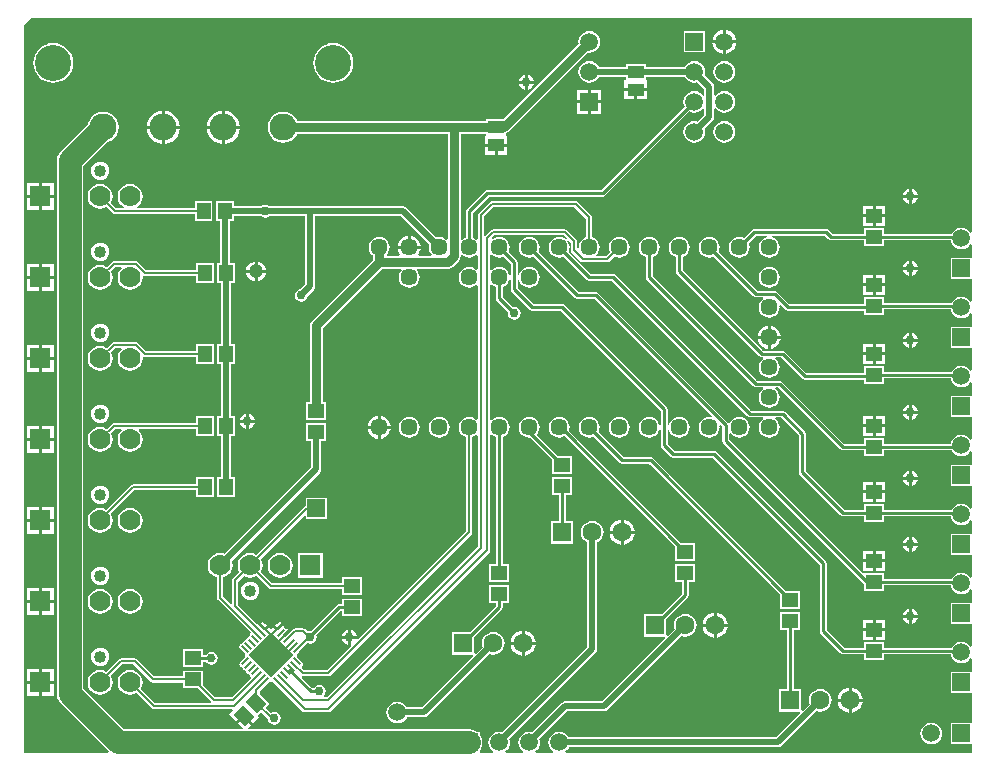
<source format=gtl>
G04 Layer_Physical_Order=1*
G04 Layer_Color=255*
%FSAX24Y24*%
%MOIN*%
G70*
G01*
G75*
%ADD10R,0.0551X0.0433*%
%ADD11R,0.0551X0.0472*%
G04:AMPARAMS|DCode=12|XSize=55.1mil|YSize=43.3mil|CornerRadius=0mil|HoleSize=0mil|Usage=FLASHONLY|Rotation=315.000|XOffset=0mil|YOffset=0mil|HoleType=Round|Shape=Rectangle|*
%AMROTATEDRECTD12*
4,1,4,-0.0348,0.0042,-0.0042,0.0348,0.0348,-0.0042,0.0042,-0.0348,-0.0348,0.0042,0.0*
%
%ADD12ROTATEDRECTD12*%

%ADD13R,0.0472X0.0551*%
%ADD14P,0.1470X4X270.0*%
G04:AMPARAMS|DCode=15|XSize=7.9mil|YSize=33.5mil|CornerRadius=0mil|HoleSize=0mil|Usage=FLASHONLY|Rotation=225.000|XOffset=0mil|YOffset=0mil|HoleType=Round|Shape=Round|*
%AMOVALD15*
21,1,0.0256,0.0079,0.0000,0.0000,315.0*
1,1,0.0079,-0.0090,0.0090*
1,1,0.0079,0.0090,-0.0090*
%
%ADD15OVALD15*%

G04:AMPARAMS|DCode=16|XSize=7.9mil|YSize=33.5mil|CornerRadius=0mil|HoleSize=0mil|Usage=FLASHONLY|Rotation=315.000|XOffset=0mil|YOffset=0mil|HoleType=Round|Shape=Round|*
%AMOVALD16*
21,1,0.0256,0.0079,0.0000,0.0000,45.0*
1,1,0.0079,-0.0090,-0.0090*
1,1,0.0079,0.0090,0.0090*
%
%ADD16OVALD16*%

%ADD17C,0.0080*%
%ADD18C,0.0100*%
%ADD19C,0.0300*%
%ADD20C,0.0200*%
%ADD21C,0.0750*%
%ADD22R,0.0591X0.0591*%
%ADD23C,0.0591*%
%ADD24C,0.0570*%
%ADD25R,0.0591X0.0591*%
%ADD26C,0.0400*%
%ADD27C,0.0700*%
%ADD28R,0.0700X0.0700*%
%ADD29C,0.0630*%
%ADD30R,0.0630X0.0630*%
%ADD31C,0.1200*%
%ADD32C,0.0900*%
%ADD33C,0.0300*%
%ADD34C,0.0472*%
G36*
X076650Y047510D02*
X076600Y047493D01*
X076553Y047553D01*
X076479Y047610D01*
X076393Y047646D01*
X076300Y047658D01*
X076207Y047646D01*
X076121Y047610D01*
X076047Y047553D01*
X075990Y047479D01*
X075981Y047458D01*
X073736D01*
Y047642D01*
X073064D01*
Y047458D01*
X072001D01*
X071879Y047579D01*
X071843Y047604D01*
X071800Y047612D01*
X071800Y047612D01*
X069400D01*
X069400Y047612D01*
X069357Y047604D01*
X069321Y047579D01*
X069321Y047579D01*
X069052Y047311D01*
X068990Y047336D01*
X068900Y047348D01*
X068810Y047336D01*
X068726Y047301D01*
X068654Y047246D01*
X068599Y047174D01*
X068564Y047090D01*
X068552Y047000D01*
X068564Y046910D01*
X068599Y046826D01*
X068654Y046754D01*
X068726Y046699D01*
X068810Y046664D01*
X068900Y046652D01*
X068990Y046664D01*
X069074Y046699D01*
X069146Y046754D01*
X069201Y046826D01*
X069236Y046910D01*
X069248Y047000D01*
X069236Y047090D01*
X069211Y047152D01*
X069446Y047388D01*
X069820D01*
X069823Y047338D01*
X069810Y047336D01*
X069726Y047301D01*
X069654Y047246D01*
X069599Y047174D01*
X069564Y047090D01*
X069552Y047000D01*
X069564Y046910D01*
X069599Y046826D01*
X069654Y046754D01*
X069726Y046699D01*
X069810Y046664D01*
X069900Y046652D01*
X069990Y046664D01*
X070074Y046699D01*
X070146Y046754D01*
X070201Y046826D01*
X070236Y046910D01*
X070248Y047000D01*
X070236Y047090D01*
X070201Y047174D01*
X070146Y047246D01*
X070074Y047301D01*
X069990Y047336D01*
X069977Y047338D01*
X069980Y047388D01*
X071754D01*
X071875Y047266D01*
X071911Y047242D01*
X071954Y047234D01*
X071954Y047234D01*
X073064D01*
Y047049D01*
X073736D01*
Y047234D01*
X075950D01*
X075954Y047207D01*
X075990Y047121D01*
X076047Y047047D01*
X076121Y046990D01*
X076207Y046954D01*
X076300Y046942D01*
X076393Y046954D01*
X076479Y046990D01*
X076553Y047047D01*
X076600Y047107D01*
X076650Y047090D01*
Y046655D01*
X075945D01*
Y045945D01*
X076650D01*
Y045210D01*
X076600Y045193D01*
X076553Y045253D01*
X076479Y045310D01*
X076393Y045346D01*
X076300Y045358D01*
X076207Y045346D01*
X076121Y045310D01*
X076047Y045253D01*
X075990Y045179D01*
X075981Y045158D01*
X073736D01*
Y045342D01*
X073064D01*
Y045112D01*
X070576D01*
X070164Y045524D01*
X070127Y045549D01*
X070084Y045557D01*
X070084Y045557D01*
X069501D01*
X068211Y046848D01*
X068236Y046910D01*
X068248Y047000D01*
X068236Y047090D01*
X068201Y047174D01*
X068146Y047246D01*
X068074Y047301D01*
X067990Y047336D01*
X067900Y047348D01*
X067810Y047336D01*
X067726Y047301D01*
X067654Y047246D01*
X067599Y047174D01*
X067564Y047090D01*
X067552Y047000D01*
X067564Y046910D01*
X067599Y046826D01*
X067654Y046754D01*
X067726Y046699D01*
X067810Y046664D01*
X067900Y046652D01*
X067990Y046664D01*
X068052Y046689D01*
X069376Y045366D01*
X069376Y045366D01*
X069412Y045341D01*
X069455Y045333D01*
X069455Y045333D01*
X069685D01*
X069702Y045283D01*
X069654Y045246D01*
X069599Y045174D01*
X069564Y045090D01*
X069552Y045000D01*
X069564Y044910D01*
X069599Y044826D01*
X069654Y044754D01*
X069726Y044699D01*
X069810Y044664D01*
X069900Y044652D01*
X069990Y044664D01*
X070074Y044699D01*
X070146Y044754D01*
X070201Y044826D01*
X070236Y044910D01*
X070248Y045000D01*
X070240Y045060D01*
X070287Y045083D01*
X070450Y044921D01*
X070486Y044896D01*
X070529Y044888D01*
X070529Y044888D01*
X073064D01*
Y044749D01*
X073736D01*
Y044934D01*
X075950D01*
X075954Y044907D01*
X075990Y044821D01*
X076047Y044747D01*
X076121Y044690D01*
X076207Y044654D01*
X076300Y044642D01*
X076393Y044654D01*
X076479Y044690D01*
X076553Y044747D01*
X076600Y044807D01*
X076650Y044790D01*
Y044355D01*
X075945D01*
Y043645D01*
X076650D01*
Y042910D01*
X076600Y042893D01*
X076553Y042953D01*
X076479Y043010D01*
X076393Y043046D01*
X076300Y043058D01*
X076207Y043046D01*
X076121Y043010D01*
X076047Y042953D01*
X075990Y042879D01*
X075981Y042858D01*
X073736D01*
Y043042D01*
X073064D01*
Y042812D01*
X071136D01*
X070424Y043524D01*
X070388Y043549D01*
X070345Y043557D01*
X070345Y043557D01*
X069701D01*
X067012Y046246D01*
Y046673D01*
X067074Y046699D01*
X067146Y046754D01*
X067201Y046826D01*
X067236Y046910D01*
X067248Y047000D01*
X067236Y047090D01*
X067201Y047174D01*
X067146Y047246D01*
X067074Y047301D01*
X066990Y047336D01*
X066900Y047348D01*
X066810Y047336D01*
X066726Y047301D01*
X066654Y047246D01*
X066599Y047174D01*
X066564Y047090D01*
X066552Y047000D01*
X066564Y046910D01*
X066599Y046826D01*
X066654Y046754D01*
X066726Y046699D01*
X066788Y046673D01*
Y046200D01*
X066788Y046200D01*
X066796Y046157D01*
X066821Y046121D01*
X069576Y043366D01*
X069576Y043366D01*
X069612Y043341D01*
X069655Y043333D01*
X069685D01*
X069702Y043283D01*
X069654Y043246D01*
X069599Y043174D01*
X069564Y043090D01*
X069552Y043000D01*
X069564Y042910D01*
X069599Y042826D01*
X069654Y042754D01*
X069726Y042699D01*
X069810Y042664D01*
X069900Y042652D01*
X069990Y042664D01*
X070074Y042699D01*
X070146Y042754D01*
X070201Y042826D01*
X070236Y042910D01*
X070248Y043000D01*
X070236Y043090D01*
X070201Y043174D01*
X070146Y043246D01*
X070098Y043283D01*
X070115Y043333D01*
X070299D01*
X071011Y042621D01*
X071011Y042621D01*
X071047Y042596D01*
X071090Y042588D01*
X071090Y042588D01*
X073064D01*
Y042449D01*
X073736D01*
Y042634D01*
X075950D01*
X075954Y042607D01*
X075990Y042521D01*
X076047Y042447D01*
X076121Y042390D01*
X076207Y042354D01*
X076300Y042342D01*
X076393Y042354D01*
X076479Y042390D01*
X076553Y042447D01*
X076600Y042507D01*
X076650Y042490D01*
Y042055D01*
X075945D01*
Y041345D01*
X076650D01*
Y040610D01*
X076600Y040593D01*
X076553Y040653D01*
X076479Y040710D01*
X076393Y040746D01*
X076300Y040758D01*
X076207Y040746D01*
X076121Y040710D01*
X076047Y040653D01*
X075990Y040579D01*
X075954Y040493D01*
X075949Y040458D01*
X073736D01*
Y040642D01*
X073064D01*
Y040458D01*
X072401D01*
X070334Y042524D01*
X070298Y042549D01*
X070255Y042557D01*
X070255Y042557D01*
X069501D01*
X066012Y046046D01*
Y046673D01*
X066074Y046699D01*
X066146Y046754D01*
X066201Y046826D01*
X066236Y046910D01*
X066248Y047000D01*
X066236Y047090D01*
X066201Y047174D01*
X066146Y047246D01*
X066074Y047301D01*
X065990Y047336D01*
X065900Y047348D01*
X065810Y047336D01*
X065726Y047301D01*
X065654Y047246D01*
X065599Y047174D01*
X065564Y047090D01*
X065552Y047000D01*
X065564Y046910D01*
X065599Y046826D01*
X065654Y046754D01*
X065726Y046699D01*
X065788Y046673D01*
Y046000D01*
X065788Y046000D01*
X065796Y045957D01*
X065821Y045921D01*
X069376Y042366D01*
X069376Y042366D01*
X069412Y042341D01*
X069455Y042333D01*
X069685D01*
X069702Y042283D01*
X069654Y042246D01*
X069599Y042174D01*
X069564Y042090D01*
X069552Y042000D01*
X069564Y041910D01*
X069599Y041826D01*
X069654Y041754D01*
X069726Y041699D01*
X069810Y041664D01*
X069900Y041652D01*
X069990Y041664D01*
X070074Y041699D01*
X070146Y041754D01*
X070201Y041826D01*
X070236Y041910D01*
X070248Y042000D01*
X070236Y042090D01*
X070201Y042174D01*
X070146Y042246D01*
X070098Y042283D01*
X070115Y042333D01*
X070209D01*
X072275Y040266D01*
X072275Y040266D01*
X072311Y040242D01*
X072354Y040234D01*
X073064D01*
Y040049D01*
X073736D01*
Y040234D01*
X075984D01*
X075990Y040221D01*
X076047Y040147D01*
X076121Y040090D01*
X076207Y040054D01*
X076300Y040042D01*
X076393Y040054D01*
X076479Y040090D01*
X076553Y040147D01*
X076600Y040207D01*
X076650Y040190D01*
Y039755D01*
X075945D01*
Y039045D01*
X076650D01*
Y038310D01*
X076600Y038293D01*
X076553Y038353D01*
X076479Y038410D01*
X076393Y038446D01*
X076300Y038458D01*
X076207Y038446D01*
X076121Y038410D01*
X076047Y038353D01*
X075990Y038279D01*
X075981Y038258D01*
X073736D01*
Y038442D01*
X073064D01*
Y038258D01*
X072401D01*
X071112Y039546D01*
Y040790D01*
X071112Y040790D01*
X071104Y040833D01*
X071079Y040869D01*
X071079Y040869D01*
X070424Y041524D01*
X070388Y041549D01*
X070345Y041557D01*
X070345Y041557D01*
X069301D01*
X064779Y046079D01*
X064743Y046104D01*
X064700Y046112D01*
X064700Y046112D01*
X063946D01*
X063211Y046848D01*
X063236Y046910D01*
X063248Y047000D01*
X063236Y047090D01*
X063201Y047174D01*
X063169Y047216D01*
X063207Y047249D01*
X063298Y047158D01*
Y046900D01*
X063306Y046861D01*
X063328Y046828D01*
X063628Y046528D01*
X063661Y046506D01*
X063700Y046498D01*
X064500D01*
X064539Y046506D01*
X064572Y046528D01*
X064738Y046694D01*
X064810Y046664D01*
X064900Y046652D01*
X064990Y046664D01*
X065074Y046699D01*
X065146Y046754D01*
X065201Y046826D01*
X065236Y046910D01*
X065248Y047000D01*
X065236Y047090D01*
X065201Y047174D01*
X065146Y047246D01*
X065074Y047301D01*
X064990Y047336D01*
X064900Y047348D01*
X064810Y047336D01*
X064726Y047301D01*
X064654Y047246D01*
X064599Y047174D01*
X064564Y047090D01*
X064552Y047000D01*
X064564Y046910D01*
X064594Y046838D01*
X064458Y046702D01*
X064156D01*
X064140Y046749D01*
X064146Y046754D01*
X064201Y046826D01*
X064236Y046910D01*
X064248Y047000D01*
X064236Y047090D01*
X064201Y047174D01*
X064146Y047246D01*
X064074Y047301D01*
X064002Y047331D01*
Y048000D01*
X063994Y048039D01*
X063972Y048072D01*
X063522Y048522D01*
X063489Y048544D01*
X063450Y048552D01*
X060650D01*
X060611Y048544D01*
X060578Y048522D01*
X060213Y048157D01*
X060191Y048124D01*
X060183Y048085D01*
Y047274D01*
X060133Y047256D01*
X060074Y047301D01*
X060012Y047327D01*
Y048154D01*
X060546Y048688D01*
X064350D01*
X064350Y048688D01*
X064393Y048696D01*
X064429Y048721D01*
X067240Y051532D01*
X067307Y051504D01*
X067400Y051492D01*
X067493Y051504D01*
X067579Y051540D01*
X067653Y051597D01*
X067687Y051640D01*
X067737Y051623D01*
Y051418D01*
X067509Y051189D01*
X067493Y051196D01*
X067400Y051208D01*
X067307Y051196D01*
X067221Y051160D01*
X067147Y051103D01*
X067090Y051029D01*
X067054Y050943D01*
X067042Y050850D01*
X067054Y050757D01*
X067090Y050671D01*
X067147Y050597D01*
X067221Y050540D01*
X067307Y050504D01*
X067400Y050492D01*
X067493Y050504D01*
X067579Y050540D01*
X067653Y050597D01*
X067710Y050671D01*
X067746Y050757D01*
X067758Y050850D01*
X067746Y050943D01*
X067739Y050959D01*
X068015Y051235D01*
X068051Y051288D01*
X068063Y051350D01*
Y051623D01*
X068113Y051640D01*
X068147Y051597D01*
X068221Y051540D01*
X068307Y051504D01*
X068400Y051492D01*
X068493Y051504D01*
X068579Y051540D01*
X068653Y051597D01*
X068710Y051671D01*
X068746Y051757D01*
X068758Y051850D01*
X068746Y051943D01*
X068710Y052029D01*
X068653Y052103D01*
X068579Y052160D01*
X068493Y052196D01*
X068400Y052208D01*
X068307Y052196D01*
X068221Y052160D01*
X068147Y052103D01*
X068113Y052060D01*
X068063Y052077D01*
Y052350D01*
X068051Y052412D01*
X068015Y052465D01*
X067739Y052741D01*
X067746Y052757D01*
X067758Y052850D01*
X067746Y052943D01*
X067710Y053029D01*
X067653Y053103D01*
X067579Y053160D01*
X067493Y053196D01*
X067400Y053208D01*
X067307Y053196D01*
X067221Y053160D01*
X067147Y053103D01*
X067090Y053029D01*
X067083Y053013D01*
X065786D01*
Y053122D01*
X065114D01*
Y053008D01*
X064219D01*
X064210Y053029D01*
X064153Y053103D01*
X064079Y053160D01*
X063993Y053196D01*
X063900Y053208D01*
X063807Y053196D01*
X063721Y053160D01*
X063647Y053103D01*
X063590Y053029D01*
X063554Y052943D01*
X063542Y052850D01*
X063554Y052757D01*
X063590Y052671D01*
X063647Y052597D01*
X063721Y052540D01*
X063807Y052504D01*
X063900Y052492D01*
X063993Y052504D01*
X064079Y052540D01*
X064153Y052597D01*
X064210Y052671D01*
X064215Y052682D01*
X065114D01*
Y052571D01*
X065074D01*
Y052305D01*
X065826D01*
Y052571D01*
X065786D01*
Y052687D01*
X067083D01*
X067090Y052671D01*
X067147Y052597D01*
X067221Y052540D01*
X067307Y052504D01*
X067400Y052492D01*
X067493Y052504D01*
X067509Y052511D01*
X067737Y052282D01*
Y052077D01*
X067687Y052060D01*
X067653Y052103D01*
X067579Y052160D01*
X067493Y052196D01*
X067400Y052208D01*
X067307Y052196D01*
X067221Y052160D01*
X067147Y052103D01*
X067090Y052029D01*
X067054Y051943D01*
X067042Y051850D01*
X067054Y051757D01*
X067082Y051690D01*
X064304Y048912D01*
X060500D01*
X060500Y048912D01*
X060457Y048904D01*
X060421Y048879D01*
X060421Y048879D01*
X059821Y048279D01*
X059796Y048243D01*
X059788Y048200D01*
X059788Y048200D01*
Y047327D01*
X059726Y047301D01*
X059664Y047254D01*
X059614Y047269D01*
Y050786D01*
X060464D01*
Y050721D01*
X060424D01*
Y050455D01*
X061176D01*
Y050721D01*
X061136D01*
Y050805D01*
X061201Y050849D01*
X063851Y053498D01*
X063900Y053492D01*
X063993Y053504D01*
X064079Y053540D01*
X064153Y053597D01*
X064210Y053671D01*
X064246Y053757D01*
X064258Y053850D01*
X064246Y053943D01*
X064210Y054029D01*
X064153Y054103D01*
X064079Y054160D01*
X063993Y054196D01*
X063900Y054208D01*
X063807Y054196D01*
X063721Y054160D01*
X063647Y054103D01*
X063590Y054029D01*
X063554Y053943D01*
X063542Y053850D01*
X063548Y053801D01*
X061019Y051272D01*
X060464D01*
Y051214D01*
X054163D01*
X054145Y051257D01*
X054064Y051364D01*
X053957Y051445D01*
X053833Y051497D01*
X053700Y051514D01*
X053567Y051497D01*
X053443Y051445D01*
X053336Y051364D01*
X053255Y051257D01*
X053203Y051133D01*
X053186Y051000D01*
X053203Y050867D01*
X053255Y050743D01*
X053336Y050636D01*
X053443Y050555D01*
X053567Y050503D01*
X053700Y050486D01*
X053833Y050503D01*
X053957Y050555D01*
X054064Y050636D01*
X054145Y050743D01*
X054163Y050786D01*
X059186D01*
Y047269D01*
X059136Y047254D01*
X059074Y047301D01*
X058990Y047336D01*
X058900Y047348D01*
X058810Y047336D01*
X058799Y047332D01*
X057815Y048315D01*
X057762Y048351D01*
X057700Y048363D01*
X053234D01*
X053182Y048398D01*
X053100Y048414D01*
X053018Y048398D01*
X052966Y048363D01*
X052051D01*
Y048536D01*
X051458D01*
Y047864D01*
X051591D01*
Y046486D01*
X051508D01*
Y045814D01*
X051641D01*
Y043786D01*
X051508D01*
Y043114D01*
X051641D01*
Y041386D01*
X051508D01*
Y040714D01*
X051641D01*
Y039336D01*
X051508D01*
Y038664D01*
X052101D01*
Y039336D01*
X051967D01*
Y040714D01*
X052101D01*
Y041386D01*
X051967D01*
Y043114D01*
X052101D01*
Y043786D01*
X051967D01*
Y045814D01*
X052101D01*
Y046486D01*
X051917D01*
Y047864D01*
X052051D01*
Y048037D01*
X052966D01*
X053018Y048002D01*
X053100Y047986D01*
X053182Y048002D01*
X053234Y048037D01*
X054437D01*
Y045768D01*
X054279Y045610D01*
X054218Y045598D01*
X054149Y045551D01*
X054102Y045482D01*
X054086Y045400D01*
X054102Y045318D01*
X054149Y045249D01*
X054218Y045202D01*
X054300Y045186D01*
X054382Y045202D01*
X054451Y045249D01*
X054498Y045318D01*
X054510Y045379D01*
X054715Y045585D01*
X054751Y045638D01*
X054763Y045700D01*
Y048037D01*
X057632D01*
X058568Y047101D01*
X058564Y047090D01*
X058552Y047000D01*
X058564Y046910D01*
X058599Y046826D01*
X058646Y046764D01*
X058631Y046714D01*
X058229D01*
X058204Y046764D01*
X058236Y046806D01*
X058275Y046899D01*
X058282Y046950D01*
X057900D01*
X057518D01*
X057525Y046899D01*
X057564Y046806D01*
X057596Y046764D01*
X057571Y046714D01*
X057176D01*
X057165Y046729D01*
X057154Y046764D01*
X057201Y046826D01*
X057236Y046910D01*
X057248Y047000D01*
X057236Y047090D01*
X057201Y047174D01*
X057146Y047246D01*
X057074Y047301D01*
X056990Y047336D01*
X056900Y047348D01*
X056810Y047336D01*
X056726Y047301D01*
X056654Y047246D01*
X056599Y047174D01*
X056564Y047090D01*
X056552Y047000D01*
X056564Y046910D01*
X056599Y046826D01*
X056654Y046754D01*
X056686Y046729D01*
Y046589D01*
X054649Y044551D01*
X054602Y044482D01*
X054586Y044400D01*
Y041851D01*
X054464D01*
Y041258D01*
X055136D01*
Y041851D01*
X055014D01*
Y044311D01*
X056989Y046286D01*
X057631D01*
X057646Y046236D01*
X057599Y046174D01*
X057564Y046090D01*
X057552Y046000D01*
X057564Y045910D01*
X057599Y045826D01*
X057654Y045754D01*
X057726Y045699D01*
X057810Y045664D01*
X057900Y045652D01*
X057990Y045664D01*
X058074Y045699D01*
X058146Y045754D01*
X058201Y045826D01*
X058236Y045910D01*
X058248Y046000D01*
X058236Y046090D01*
X058201Y046174D01*
X058154Y046236D01*
X058169Y046286D01*
X059200D01*
X059282Y046302D01*
X059351Y046349D01*
X059551Y046549D01*
X059598Y046618D01*
X059614Y046700D01*
Y046731D01*
X059664Y046746D01*
X059726Y046699D01*
X059810Y046664D01*
X059900Y046652D01*
X059990Y046664D01*
X060074Y046699D01*
X060133Y046744D01*
X060183Y046726D01*
Y046274D01*
X060133Y046256D01*
X060074Y046301D01*
X059990Y046336D01*
X059900Y046348D01*
X059810Y046336D01*
X059726Y046301D01*
X059654Y046246D01*
X059599Y046174D01*
X059564Y046090D01*
X059552Y046000D01*
X059564Y045910D01*
X059599Y045826D01*
X059654Y045754D01*
X059726Y045699D01*
X059810Y045664D01*
X059900Y045652D01*
X059990Y045664D01*
X060074Y045699D01*
X060133Y045744D01*
X060183Y045726D01*
Y041274D01*
X060133Y041256D01*
X060074Y041301D01*
X059990Y041336D01*
X059900Y041348D01*
X059810Y041336D01*
X059726Y041301D01*
X059654Y041246D01*
X059599Y041174D01*
X059564Y041090D01*
X059552Y041000D01*
X059564Y040910D01*
X059599Y040826D01*
X059654Y040754D01*
X059726Y040699D01*
X059798Y040669D01*
Y037542D01*
X056193Y033938D01*
X056170Y033950D01*
X055950D01*
Y033730D01*
X055962Y033707D01*
X055158Y032902D01*
X054388D01*
X054319Y032971D01*
X054327Y033033D01*
X054332Y033036D01*
X054354Y033069D01*
X054362Y033108D01*
X054354Y033146D01*
X054332Y033179D01*
X054151Y033360D01*
X054150Y033373D01*
X054176Y033400D01*
X054176Y033400D01*
X054179Y033468D01*
X054239Y033528D01*
X054242Y033530D01*
X054516Y033804D01*
X054518Y033802D01*
X054600Y033786D01*
X054682Y033802D01*
X054751Y033849D01*
X054798Y033918D01*
X054814Y034000D01*
X054800Y034073D01*
X055610Y034884D01*
X055664D01*
Y034699D01*
X056336D01*
Y035292D01*
X055664D01*
Y035108D01*
X055564D01*
X055564Y035108D01*
X055521Y035099D01*
X055484Y035075D01*
X055484Y035075D01*
X054620Y034210D01*
X054600Y034214D01*
X054518Y034198D01*
X054516Y034196D01*
X054440Y034272D01*
X054407Y034294D01*
X054368Y034302D01*
X054100D01*
X054061Y034294D01*
X054028Y034272D01*
X053983Y034227D01*
X053976Y034228D01*
X053760Y034012D01*
X053689Y034083D01*
X053873Y034267D01*
X053869Y034269D01*
X053815Y034280D01*
X053811Y034279D01*
X053797Y034288D01*
X053775Y034321D01*
X053742Y034343D01*
X053734Y034356D01*
X053734Y034360D01*
X053724Y034415D01*
X053721Y034419D01*
X053537Y034235D01*
X053502Y034270D01*
X053466Y034235D01*
X053366Y034335D01*
X053334Y034303D01*
X053300Y034286D01*
X053266Y034303D01*
X053234Y034335D01*
X053134Y034235D01*
X053098Y034270D01*
X053063Y034235D01*
X052847Y034451D01*
X052840Y034450D01*
X052202Y035088D01*
Y035858D01*
X052389Y036045D01*
X052393Y036042D01*
X052493Y036001D01*
X052600Y035986D01*
X052707Y036001D01*
X052807Y036042D01*
X052811Y036045D01*
X053228Y035628D01*
X053261Y035606D01*
X053300Y035598D01*
X055664D01*
Y035408D01*
X056336D01*
Y036001D01*
X055664D01*
Y035802D01*
X053342D01*
X052955Y036189D01*
X052958Y036193D01*
X052999Y036293D01*
X053014Y036400D01*
X052999Y036507D01*
X052958Y036607D01*
X052955Y036611D01*
X054399Y038054D01*
X054445Y038035D01*
Y037945D01*
X055155D01*
Y038655D01*
X054445D01*
Y038383D01*
X054428Y038372D01*
X052811Y036755D01*
X052807Y036758D01*
X052707Y036799D01*
X052600Y036814D01*
X052493Y036799D01*
X052393Y036758D01*
X052308Y036692D01*
X052242Y036607D01*
X052201Y036507D01*
X052186Y036400D01*
X052201Y036293D01*
X052242Y036193D01*
X052245Y036189D01*
X052028Y035972D01*
X052006Y035939D01*
X051998Y035900D01*
Y035134D01*
X051952Y035115D01*
X051702Y035365D01*
Y036000D01*
X051707Y036001D01*
X051807Y036042D01*
X051892Y036108D01*
X051958Y036193D01*
X051999Y036293D01*
X052014Y036400D01*
X051999Y036507D01*
X051981Y036551D01*
X054915Y039485D01*
X054951Y039538D01*
X054963Y039600D01*
Y040549D01*
X055136D01*
Y041142D01*
X054464D01*
Y040549D01*
X054637D01*
Y039668D01*
X051751Y036781D01*
X051707Y036799D01*
X051600Y036814D01*
X051493Y036799D01*
X051393Y036758D01*
X051308Y036692D01*
X051242Y036607D01*
X051201Y036507D01*
X051186Y036400D01*
X051201Y036293D01*
X051242Y036193D01*
X051308Y036108D01*
X051393Y036042D01*
X051493Y036001D01*
X051498Y036000D01*
Y035323D01*
X051506Y035284D01*
X051528Y035251D01*
X052615Y034163D01*
X052607Y034101D01*
X052602Y034098D01*
X052580Y034065D01*
X052580Y034064D01*
X052565Y034024D01*
X052525Y034009D01*
X052523Y034009D01*
X052491Y033987D01*
X052469Y033954D01*
X052468Y033952D01*
X052454Y033912D01*
X052413Y033898D01*
X052412Y033897D01*
X052379Y033875D01*
X052357Y033842D01*
X052357Y033841D01*
X052342Y033801D01*
X052302Y033786D01*
X052301Y033786D01*
X052268Y033764D01*
X052246Y033731D01*
X052238Y033692D01*
X052246Y033654D01*
X052268Y033621D01*
X052421Y033468D01*
X052424Y033400D01*
X052424Y033400D01*
X052424Y033400D01*
X052421Y033332D01*
X052268Y033179D01*
X052246Y033146D01*
X052238Y033108D01*
X052246Y033069D01*
X052268Y033036D01*
X052301Y033014D01*
X052302Y033014D01*
X052342Y032999D01*
X052357Y032959D01*
X052357Y032958D01*
X052379Y032925D01*
X052412Y032903D01*
X052413Y032902D01*
X052454Y032888D01*
X052468Y032848D01*
X052469Y032846D01*
X052491Y032813D01*
X052523Y032791D01*
X052525Y032791D01*
X052565Y032776D01*
X052580Y032736D01*
X052580Y032735D01*
X052602Y032702D01*
X052607Y032699D01*
X052615Y032637D01*
X051980Y032002D01*
X051438D01*
X051036Y032404D01*
Y032892D01*
X050364D01*
Y032698D01*
X049397D01*
X048822Y033272D01*
X048789Y033294D01*
X048750Y033302D01*
X048300D01*
X048261Y033294D01*
X048228Y033272D01*
X047811Y032855D01*
X047807Y032858D01*
X047707Y032899D01*
X047600Y032914D01*
X047493Y032899D01*
X047393Y032858D01*
X047308Y032792D01*
X047242Y032707D01*
X047201Y032607D01*
X047186Y032500D01*
X047201Y032393D01*
X047242Y032293D01*
X047308Y032208D01*
X047393Y032142D01*
X047493Y032101D01*
X047600Y032086D01*
X047707Y032101D01*
X047807Y032142D01*
X047892Y032208D01*
X047958Y032293D01*
X047999Y032393D01*
X048014Y032500D01*
X047999Y032607D01*
X047958Y032707D01*
X047955Y032711D01*
X048342Y033098D01*
X048708D01*
X049282Y032524D01*
X049315Y032501D01*
X049354Y032494D01*
X050364D01*
Y032299D01*
X050852D01*
X051300Y031852D01*
X051279Y031802D01*
X049442D01*
X048955Y032289D01*
X048958Y032293D01*
X048999Y032393D01*
X049014Y032500D01*
X048999Y032607D01*
X048958Y032707D01*
X048892Y032792D01*
X048807Y032858D01*
X048707Y032899D01*
X048600Y032914D01*
X048493Y032899D01*
X048393Y032858D01*
X048308Y032792D01*
X048242Y032707D01*
X048201Y032607D01*
X048186Y032500D01*
X048201Y032393D01*
X048242Y032293D01*
X048308Y032208D01*
X048393Y032142D01*
X048493Y032101D01*
X048600Y032086D01*
X048707Y032101D01*
X048807Y032142D01*
X048811Y032145D01*
X049328Y031628D01*
X049361Y031606D01*
X049400Y031598D01*
X051996D01*
X052017Y031548D01*
X051902Y031433D01*
X052132Y031203D01*
X052356Y031427D01*
X052391Y031391D01*
X052427Y031427D01*
X052692Y031161D01*
X052881Y031349D01*
X052852Y031378D01*
X052974Y031499D01*
X053189Y031284D01*
X053202Y031218D01*
X053249Y031149D01*
X053318Y031102D01*
X053400Y031086D01*
X053482Y031102D01*
X053551Y031149D01*
X053598Y031218D01*
X053614Y031300D01*
X053598Y031382D01*
X053551Y031451D01*
X053482Y031498D01*
X053400Y031514D01*
X053318Y031498D01*
X053286Y031476D01*
X053118Y031644D01*
X053242Y031767D01*
X052911Y032098D01*
Y032198D01*
X053170Y032458D01*
X053172Y032461D01*
X053235Y032523D01*
X053300Y032524D01*
X053300Y032524D01*
X053327Y032550D01*
X053340Y032549D01*
X053428Y032461D01*
X053430Y032458D01*
X054360Y031528D01*
X054393Y031506D01*
X054432Y031498D01*
X055200D01*
X055239Y031506D01*
X055272Y031528D01*
X060572Y036828D01*
X060594Y036861D01*
X060602Y036900D01*
Y040744D01*
X060649Y040760D01*
X060654Y040754D01*
X060726Y040699D01*
X060788Y040673D01*
Y036451D01*
X060564D01*
Y035858D01*
X061236D01*
Y036451D01*
X061012D01*
Y040673D01*
X061074Y040699D01*
X061146Y040754D01*
X061201Y040826D01*
X061236Y040910D01*
X061248Y041000D01*
X061236Y041090D01*
X061201Y041174D01*
X061146Y041246D01*
X061074Y041301D01*
X060990Y041336D01*
X060900Y041348D01*
X060810Y041336D01*
X060726Y041301D01*
X060654Y041246D01*
X060649Y041240D01*
X060602Y041256D01*
Y045744D01*
X060649Y045760D01*
X060654Y045754D01*
X060726Y045699D01*
X060788Y045673D01*
Y045300D01*
X060788Y045300D01*
X060796Y045257D01*
X060821Y045221D01*
X061195Y044846D01*
X061186Y044800D01*
X061202Y044718D01*
X061249Y044649D01*
X061318Y044602D01*
X061400Y044586D01*
X061482Y044602D01*
X061551Y044649D01*
X061598Y044718D01*
X061614Y044800D01*
X061598Y044882D01*
X061551Y044951D01*
X061482Y044998D01*
X061400Y045014D01*
X061354Y045005D01*
X061012Y045346D01*
Y045673D01*
X061074Y045699D01*
X061146Y045754D01*
X061201Y045826D01*
X061236Y045910D01*
X061238Y045923D01*
X061288Y045920D01*
Y045600D01*
X061288Y045600D01*
X061296Y045557D01*
X061321Y045521D01*
X061921Y044921D01*
X061921Y044921D01*
X061957Y044896D01*
X062000Y044888D01*
X062000Y044888D01*
X062954D01*
X066288Y041554D01*
Y041080D01*
X066238Y041077D01*
X066236Y041090D01*
X066201Y041174D01*
X066146Y041246D01*
X066074Y041301D01*
X065990Y041336D01*
X065900Y041348D01*
X065810Y041336D01*
X065726Y041301D01*
X065654Y041246D01*
X065599Y041174D01*
X065564Y041090D01*
X065552Y041000D01*
X065564Y040910D01*
X065599Y040826D01*
X065654Y040754D01*
X065726Y040699D01*
X065810Y040664D01*
X065900Y040652D01*
X065990Y040664D01*
X066074Y040699D01*
X066146Y040754D01*
X066201Y040826D01*
X066236Y040910D01*
X066238Y040923D01*
X066288Y040920D01*
Y040400D01*
X066288Y040400D01*
X066296Y040357D01*
X066321Y040321D01*
X066621Y040021D01*
X066657Y039996D01*
X066700Y039988D01*
X066700Y039988D01*
X068024D01*
X071588Y036424D01*
Y034200D01*
X071588Y034200D01*
X071596Y034157D01*
X071621Y034121D01*
X072275Y033466D01*
X072275Y033466D01*
X072311Y033442D01*
X072354Y033434D01*
X072354Y033434D01*
X073064D01*
Y033249D01*
X073736D01*
Y033434D01*
X075950D01*
X075954Y033407D01*
X075990Y033321D01*
X076047Y033247D01*
X076121Y033190D01*
X076207Y033154D01*
X076300Y033142D01*
X076393Y033154D01*
X076479Y033190D01*
X076553Y033247D01*
X076600Y033307D01*
X076650Y033290D01*
Y032855D01*
X075945D01*
Y032145D01*
X076650D01*
Y031155D01*
X075945D01*
Y030445D01*
X076650D01*
Y030150D01*
X063110D01*
X063093Y030200D01*
X063153Y030247D01*
X063210Y030321D01*
X063217Y030337D01*
X070200D01*
X070262Y030349D01*
X070315Y030385D01*
X071476Y031545D01*
X071502Y031535D01*
X071600Y031522D01*
X071698Y031535D01*
X071789Y031572D01*
X071867Y031633D01*
X071928Y031711D01*
X071965Y031802D01*
X071978Y031900D01*
X071965Y031998D01*
X071928Y032089D01*
X071867Y032167D01*
X071789Y032228D01*
X071698Y032265D01*
X071600Y032278D01*
X071502Y032265D01*
X071411Y032228D01*
X071333Y032167D01*
X071272Y032089D01*
X071235Y031998D01*
X071222Y031900D01*
X071235Y031802D01*
X071245Y031776D01*
X071025Y031556D01*
X070975Y031576D01*
Y032275D01*
X070712D01*
Y034249D01*
X070936D01*
Y034842D01*
X070264D01*
Y034249D01*
X070488D01*
Y032275D01*
X070225D01*
Y031525D01*
X070924D01*
X070944Y031475D01*
X070132Y030663D01*
X063217D01*
X063210Y030679D01*
X063153Y030753D01*
X063079Y030810D01*
X062993Y030846D01*
X062900Y030858D01*
X062807Y030846D01*
X062721Y030810D01*
X062647Y030753D01*
X062590Y030679D01*
X062554Y030593D01*
X062542Y030500D01*
X062554Y030407D01*
X062590Y030321D01*
X062647Y030247D01*
X062707Y030200D01*
X062690Y030150D01*
X062110D01*
X062093Y030200D01*
X062153Y030247D01*
X062210Y030321D01*
X062246Y030407D01*
X062258Y030500D01*
X062246Y030593D01*
X062239Y030609D01*
X063168Y031537D01*
X064400D01*
X064462Y031549D01*
X064515Y031585D01*
X066976Y034045D01*
X067002Y034035D01*
X067100Y034022D01*
X067198Y034035D01*
X067289Y034072D01*
X067367Y034133D01*
X067428Y034211D01*
X067465Y034302D01*
X067478Y034400D01*
X067465Y034498D01*
X067428Y034589D01*
X067367Y034667D01*
X067289Y034728D01*
X067198Y034765D01*
X067100Y034778D01*
X067002Y034765D01*
X066911Y034728D01*
X066833Y034667D01*
X066772Y034589D01*
X066735Y034498D01*
X066722Y034400D01*
X066735Y034302D01*
X066745Y034276D01*
X066525Y034056D01*
X066475Y034076D01*
Y034616D01*
X067179Y035321D01*
X067204Y035357D01*
X067212Y035400D01*
X067212Y035400D01*
Y035849D01*
X067436D01*
Y036442D01*
X066764D01*
Y035849D01*
X066988D01*
Y035446D01*
X066316Y034775D01*
X065725D01*
Y034025D01*
X066424D01*
X066444Y033975D01*
X064332Y031863D01*
X063100D01*
X063038Y031851D01*
X062985Y031815D01*
X062009Y030839D01*
X061993Y030846D01*
X061900Y030858D01*
X061807Y030846D01*
X061721Y030810D01*
X061647Y030753D01*
X061590Y030679D01*
X061554Y030593D01*
X061542Y030500D01*
X061554Y030407D01*
X061590Y030321D01*
X061647Y030247D01*
X061707Y030200D01*
X061690Y030150D01*
X061110D01*
X061093Y030200D01*
X061153Y030247D01*
X061210Y030321D01*
X061246Y030407D01*
X061258Y030500D01*
X061246Y030593D01*
X061239Y030609D01*
X064115Y033485D01*
X064151Y033538D01*
X064163Y033600D01*
Y037162D01*
X064189Y037172D01*
X064267Y037233D01*
X064328Y037311D01*
X064365Y037402D01*
X064378Y037500D01*
X064365Y037598D01*
X064328Y037689D01*
X064267Y037767D01*
X064189Y037828D01*
X064098Y037865D01*
X064000Y037878D01*
X063902Y037865D01*
X063811Y037828D01*
X063733Y037767D01*
X063672Y037689D01*
X063635Y037598D01*
X063622Y037500D01*
X063635Y037402D01*
X063672Y037311D01*
X063733Y037233D01*
X063811Y037172D01*
X063837Y037162D01*
Y033668D01*
X061009Y030839D01*
X060993Y030846D01*
X060900Y030858D01*
X060807Y030846D01*
X060721Y030810D01*
X060647Y030753D01*
X060590Y030679D01*
X060554Y030593D01*
X060542Y030500D01*
X060554Y030407D01*
X060590Y030321D01*
X060647Y030247D01*
X060707Y030200D01*
X060690Y030150D01*
X060255D01*
Y030248D01*
X060280Y030281D01*
X060324Y030386D01*
X060339Y030500D01*
X060324Y030614D01*
X060280Y030719D01*
X060255Y030752D01*
Y030855D01*
X060152D01*
X060119Y030880D01*
X060014Y030924D01*
X059900Y030939D01*
X052535D01*
X052516Y030985D01*
X052621Y031090D01*
X052391Y031321D01*
X052203Y031132D01*
X052350Y030985D01*
X052331Y030939D01*
X048382D01*
X047039Y032282D01*
Y033250D01*
Y035800D01*
Y038300D01*
Y040800D01*
Y043300D01*
Y045800D01*
Y048300D01*
Y049718D01*
X047822Y050502D01*
X047833Y050503D01*
X047957Y050555D01*
X048064Y050636D01*
X048145Y050743D01*
X048197Y050867D01*
X048214Y051000D01*
X048197Y051133D01*
X048145Y051257D01*
X048064Y051364D01*
X047957Y051445D01*
X047833Y051497D01*
X047700Y051514D01*
X047567Y051497D01*
X047443Y051445D01*
X047336Y051364D01*
X047255Y051257D01*
X047203Y051133D01*
X047202Y051122D01*
X046290Y050210D01*
X046220Y050119D01*
X046176Y050014D01*
X046161Y049900D01*
Y048300D01*
Y045800D01*
Y043300D01*
Y040800D01*
Y038300D01*
Y035800D01*
Y033250D01*
Y032100D01*
X046176Y031986D01*
X046220Y031881D01*
X046290Y031790D01*
X047880Y030200D01*
X047865Y030150D01*
X045050D01*
Y054400D01*
X045300Y054650D01*
X076650D01*
Y047510D01*
D02*
G37*
G36*
X063149Y047307D02*
X063116Y047269D01*
X063074Y047301D01*
X062990Y047336D01*
X062900Y047348D01*
X062810Y047336D01*
X062726Y047301D01*
X062654Y047246D01*
X062599Y047174D01*
X062564Y047090D01*
X062552Y047000D01*
X062564Y046910D01*
X062599Y046826D01*
X062654Y046754D01*
X062726Y046699D01*
X062810Y046664D01*
X062900Y046652D01*
X062990Y046664D01*
X063052Y046689D01*
X063821Y045921D01*
X063821Y045921D01*
X063857Y045896D01*
X063900Y045888D01*
X063900Y045888D01*
X064654D01*
X069176Y041366D01*
X069176Y041366D01*
X069212Y041341D01*
X069255Y041333D01*
X069255Y041333D01*
X069685D01*
X069702Y041283D01*
X069654Y041246D01*
X069599Y041174D01*
X069564Y041090D01*
X069552Y041000D01*
X069564Y040910D01*
X069599Y040826D01*
X069654Y040754D01*
X069726Y040699D01*
X069810Y040664D01*
X069900Y040652D01*
X069990Y040664D01*
X070074Y040699D01*
X070146Y040754D01*
X070201Y040826D01*
X070236Y040910D01*
X070248Y041000D01*
X070236Y041090D01*
X070201Y041174D01*
X070146Y041246D01*
X070098Y041283D01*
X070115Y041333D01*
X070299D01*
X070888Y040744D01*
Y039500D01*
X070888Y039500D01*
X070896Y039457D01*
X070921Y039421D01*
X072275Y038066D01*
X072275Y038066D01*
X072311Y038042D01*
X072354Y038034D01*
X073064D01*
Y037849D01*
X073736D01*
Y038034D01*
X075950D01*
X075954Y038007D01*
X075990Y037921D01*
X076047Y037847D01*
X076121Y037790D01*
X076207Y037754D01*
X076300Y037742D01*
X076393Y037754D01*
X076479Y037790D01*
X076553Y037847D01*
X076600Y037907D01*
X076650Y037890D01*
Y037455D01*
X075945D01*
Y036745D01*
X076650D01*
Y036010D01*
X076600Y035993D01*
X076553Y036053D01*
X076479Y036110D01*
X076393Y036146D01*
X076300Y036158D01*
X076207Y036146D01*
X076121Y036110D01*
X076047Y036053D01*
X075990Y035979D01*
X075981Y035958D01*
X073736D01*
Y036142D01*
X073064D01*
Y036142D01*
X073038Y036131D01*
X068567Y040601D01*
Y040785D01*
X068617Y040802D01*
X068654Y040754D01*
X068726Y040699D01*
X068810Y040664D01*
X068900Y040652D01*
X068990Y040664D01*
X069074Y040699D01*
X069146Y040754D01*
X069201Y040826D01*
X069236Y040910D01*
X069248Y041000D01*
X069236Y041090D01*
X069201Y041174D01*
X069146Y041246D01*
X069074Y041301D01*
X068990Y041336D01*
X068900Y041348D01*
X068810Y041336D01*
X068726Y041301D01*
X068654Y041246D01*
X068599Y041174D01*
X068592Y041158D01*
X068535Y041152D01*
X068534Y041154D01*
X068534Y041154D01*
X064209Y045479D01*
X064172Y045504D01*
X064129Y045512D01*
X064129Y045512D01*
X063546D01*
X062211Y046848D01*
X062236Y046910D01*
X062248Y047000D01*
X062236Y047090D01*
X062201Y047174D01*
X062146Y047246D01*
X062074Y047301D01*
X061990Y047336D01*
X061900Y047348D01*
X061810Y047336D01*
X061726Y047301D01*
X061654Y047246D01*
X061599Y047174D01*
X061564Y047090D01*
X061552Y047000D01*
X061564Y046910D01*
X061599Y046826D01*
X061654Y046754D01*
X061726Y046699D01*
X061810Y046664D01*
X061900Y046652D01*
X061990Y046664D01*
X062052Y046689D01*
X063421Y045321D01*
X063421Y045321D01*
X063457Y045296D01*
X063500Y045288D01*
X063500Y045288D01*
X064083D01*
X067983Y041387D01*
X067960Y041340D01*
X067900Y041348D01*
X067810Y041336D01*
X067726Y041301D01*
X067654Y041246D01*
X067599Y041174D01*
X067564Y041090D01*
X067552Y041000D01*
X067564Y040910D01*
X067599Y040826D01*
X067654Y040754D01*
X067726Y040699D01*
X067810Y040664D01*
X067900Y040652D01*
X067990Y040664D01*
X068074Y040699D01*
X068146Y040754D01*
X068201Y040826D01*
X068236Y040910D01*
X068248Y041000D01*
X068240Y041060D01*
X068287Y041083D01*
X068343Y041028D01*
Y040555D01*
X068343Y040555D01*
X068351Y040512D01*
X068376Y040476D01*
X073064Y035787D01*
Y035549D01*
X073736D01*
Y035734D01*
X075950D01*
X075954Y035707D01*
X075990Y035621D01*
X076047Y035547D01*
X076121Y035490D01*
X076207Y035454D01*
X076300Y035442D01*
X076393Y035454D01*
X076479Y035490D01*
X076553Y035547D01*
X076600Y035607D01*
X076650Y035590D01*
Y035155D01*
X075945D01*
Y034445D01*
X076650D01*
Y033710D01*
X076600Y033693D01*
X076553Y033753D01*
X076479Y033810D01*
X076393Y033846D01*
X076300Y033858D01*
X076207Y033846D01*
X076121Y033810D01*
X076047Y033753D01*
X075990Y033679D01*
X075981Y033658D01*
X073736D01*
Y033842D01*
X073064D01*
Y033658D01*
X072401D01*
X071812Y034246D01*
Y036471D01*
X071812Y036471D01*
X071804Y036513D01*
X071779Y036550D01*
X068150Y040179D01*
X068113Y040204D01*
X068071Y040212D01*
X068071Y040212D01*
X066746D01*
X066512Y040446D01*
Y040920D01*
X066562Y040923D01*
X066564Y040910D01*
X066599Y040826D01*
X066654Y040754D01*
X066726Y040699D01*
X066810Y040664D01*
X066900Y040652D01*
X066990Y040664D01*
X067074Y040699D01*
X067146Y040754D01*
X067201Y040826D01*
X067236Y040910D01*
X067248Y041000D01*
X067236Y041090D01*
X067201Y041174D01*
X067146Y041246D01*
X067074Y041301D01*
X066990Y041336D01*
X066900Y041348D01*
X066810Y041336D01*
X066726Y041301D01*
X066654Y041246D01*
X066599Y041174D01*
X066564Y041090D01*
X066562Y041077D01*
X066512Y041080D01*
Y041600D01*
X066512Y041600D01*
X066504Y041643D01*
X066479Y041679D01*
X066479Y041679D01*
X063079Y045079D01*
X063043Y045104D01*
X063000Y045112D01*
X063000Y045112D01*
X062046D01*
X061512Y045646D01*
Y045920D01*
X061562Y045923D01*
X061564Y045910D01*
X061599Y045826D01*
X061654Y045754D01*
X061726Y045699D01*
X061810Y045664D01*
X061900Y045652D01*
X061990Y045664D01*
X062074Y045699D01*
X062146Y045754D01*
X062201Y045826D01*
X062236Y045910D01*
X062248Y046000D01*
X062236Y046090D01*
X062201Y046174D01*
X062146Y046246D01*
X062074Y046301D01*
X061990Y046336D01*
X061900Y046348D01*
X061810Y046336D01*
X061726Y046301D01*
X061654Y046246D01*
X061599Y046174D01*
X061564Y046090D01*
X061562Y046077D01*
X061512Y046080D01*
Y046500D01*
X061512Y046500D01*
X061504Y046543D01*
X061479Y046579D01*
X061479Y046579D01*
X061211Y046848D01*
X061236Y046910D01*
X061248Y047000D01*
X061236Y047090D01*
X061201Y047174D01*
X061146Y047246D01*
X061074Y047301D01*
X060990Y047336D01*
X060900Y047348D01*
X060810Y047336D01*
X060726Y047301D01*
X060684Y047269D01*
X060651Y047307D01*
X060742Y047398D01*
X063058D01*
X063149Y047307D01*
D02*
G37*
G36*
X063798Y047958D02*
Y047331D01*
X063726Y047301D01*
X063654Y047246D01*
X063599Y047174D01*
X063564Y047090D01*
X063554Y047012D01*
X063523Y046991D01*
X063504Y046985D01*
X063502Y046986D01*
Y047200D01*
X063494Y047239D01*
X063472Y047272D01*
X063172Y047572D01*
X063139Y047594D01*
X063100Y047602D01*
X060700D01*
X060661Y047594D01*
X060628Y047572D01*
X060437Y047381D01*
X060402Y047390D01*
X060387Y047400D01*
Y048043D01*
X060692Y048348D01*
X063408D01*
X063798Y047958D01*
D02*
G37*
G36*
X060654Y046754D02*
X060726Y046699D01*
X060810Y046664D01*
X060900Y046652D01*
X060990Y046664D01*
X061052Y046689D01*
X061288Y046454D01*
Y046080D01*
X061238Y046077D01*
X061236Y046090D01*
X061201Y046174D01*
X061146Y046246D01*
X061074Y046301D01*
X060990Y046336D01*
X060900Y046348D01*
X060810Y046336D01*
X060726Y046301D01*
X060654Y046246D01*
X060649Y046240D01*
X060602Y046256D01*
Y046744D01*
X060649Y046760D01*
X060654Y046754D01*
D02*
G37*
G36*
X060183Y040726D02*
Y037027D01*
X055158Y032002D01*
X055072D01*
X055058Y032034D01*
X055054Y032052D01*
X055098Y032118D01*
X055114Y032200D01*
X055098Y032282D01*
X055051Y032351D01*
X054982Y032398D01*
X054900Y032414D01*
X054818Y032398D01*
X054749Y032351D01*
X054722Y032312D01*
X054658D01*
X054317Y032653D01*
X054342Y032699D01*
X054345Y032698D01*
X055200D01*
X055239Y032706D01*
X055272Y032728D01*
X059972Y037428D01*
X059994Y037461D01*
X060002Y037500D01*
Y040669D01*
X060074Y040699D01*
X060133Y040744D01*
X060183Y040726D01*
D02*
G37*
%LPC*%
G36*
X068450Y054242D02*
Y053900D01*
X068792D01*
X068785Y053953D01*
X068745Y054049D01*
X068682Y054132D01*
X068599Y054195D01*
X068503Y054235D01*
X068450Y054242D01*
D02*
G37*
G36*
X068350D02*
X068297Y054235D01*
X068201Y054195D01*
X068118Y054132D01*
X068055Y054049D01*
X068015Y053953D01*
X068008Y053900D01*
X068350D01*
Y054242D01*
D02*
G37*
G36*
X067755Y054205D02*
X067045D01*
Y053495D01*
X067755D01*
Y054205D01*
D02*
G37*
G36*
X068792Y053800D02*
X068450D01*
Y053458D01*
X068503Y053465D01*
X068599Y053505D01*
X068682Y053568D01*
X068745Y053651D01*
X068785Y053747D01*
X068792Y053800D01*
D02*
G37*
G36*
X068350D02*
X068008D01*
X068015Y053747D01*
X068055Y053651D01*
X068118Y053568D01*
X068201Y053505D01*
X068297Y053465D01*
X068350Y053458D01*
Y053800D01*
D02*
G37*
G36*
X061850Y052745D02*
Y052550D01*
X062045D01*
X062035Y052598D01*
X061980Y052680D01*
X061898Y052736D01*
X061850Y052745D01*
D02*
G37*
G36*
X061750D02*
X061702Y052736D01*
X061620Y052680D01*
X061564Y052598D01*
X061555Y052550D01*
X061750D01*
Y052745D01*
D02*
G37*
G36*
X068400Y053208D02*
X068307Y053196D01*
X068221Y053160D01*
X068147Y053103D01*
X068090Y053029D01*
X068054Y052943D01*
X068042Y052850D01*
X068054Y052757D01*
X068090Y052671D01*
X068147Y052597D01*
X068221Y052540D01*
X068307Y052504D01*
X068400Y052492D01*
X068493Y052504D01*
X068579Y052540D01*
X068653Y052597D01*
X068710Y052671D01*
X068746Y052757D01*
X068758Y052850D01*
X068746Y052943D01*
X068710Y053029D01*
X068653Y053103D01*
X068579Y053160D01*
X068493Y053196D01*
X068400Y053208D01*
D02*
G37*
G36*
X055365Y053809D02*
X055236Y053796D01*
X055112Y053758D01*
X054997Y053697D01*
X054896Y053615D01*
X054814Y053514D01*
X054753Y053399D01*
X054715Y053275D01*
X054702Y053146D01*
X054715Y053016D01*
X054753Y052892D01*
X054814Y052777D01*
X054896Y052677D01*
X054997Y052594D01*
X055112Y052533D01*
X055236Y052495D01*
X055365Y052482D01*
X055495Y052495D01*
X055619Y052533D01*
X055734Y052594D01*
X055834Y052677D01*
X055917Y052777D01*
X055978Y052892D01*
X056016Y053016D01*
X056029Y053146D01*
X056016Y053275D01*
X055978Y053399D01*
X055917Y053514D01*
X055834Y053615D01*
X055734Y053697D01*
X055619Y053758D01*
X055495Y053796D01*
X055365Y053809D01*
D02*
G37*
G36*
X046035D02*
X045905Y053796D01*
X045781Y053758D01*
X045666Y053697D01*
X045566Y053615D01*
X045483Y053514D01*
X045422Y053399D01*
X045384Y053275D01*
X045371Y053146D01*
X045384Y053016D01*
X045422Y052892D01*
X045483Y052777D01*
X045566Y052677D01*
X045666Y052594D01*
X045781Y052533D01*
X045905Y052495D01*
X046035Y052482D01*
X046164Y052495D01*
X046288Y052533D01*
X046403Y052594D01*
X046504Y052677D01*
X046586Y052777D01*
X046647Y052892D01*
X046685Y053016D01*
X046698Y053146D01*
X046685Y053275D01*
X046647Y053399D01*
X046586Y053514D01*
X046504Y053615D01*
X046403Y053697D01*
X046288Y053758D01*
X046164Y053796D01*
X046035Y053809D01*
D02*
G37*
G36*
X062045Y052450D02*
X061850D01*
Y052255D01*
X061898Y052264D01*
X061980Y052320D01*
X062035Y052402D01*
X062045Y052450D01*
D02*
G37*
G36*
X061750D02*
X061555D01*
X061564Y052402D01*
X061620Y052320D01*
X061702Y052264D01*
X061750Y052255D01*
Y052450D01*
D02*
G37*
G36*
X065826Y052205D02*
X065500D01*
Y051938D01*
X065826D01*
Y052205D01*
D02*
G37*
G36*
X065400D02*
X065074D01*
Y051938D01*
X065400D01*
Y052205D01*
D02*
G37*
G36*
X064295Y052245D02*
X063950D01*
Y051900D01*
X064295D01*
Y052245D01*
D02*
G37*
G36*
X063850D02*
X063505D01*
Y051900D01*
X063850D01*
Y052245D01*
D02*
G37*
G36*
X064295Y051800D02*
X063950D01*
Y051455D01*
X064295D01*
Y051800D01*
D02*
G37*
G36*
X063850D02*
X063505D01*
Y051455D01*
X063850D01*
Y051800D01*
D02*
G37*
G36*
X049750Y051548D02*
Y051050D01*
X050248D01*
X050236Y051144D01*
X050180Y051277D01*
X050092Y051392D01*
X049977Y051480D01*
X049844Y051536D01*
X049750Y051548D01*
D02*
G37*
G36*
X051750D02*
Y051050D01*
X052248D01*
X052236Y051144D01*
X052180Y051277D01*
X052092Y051392D01*
X051977Y051480D01*
X051844Y051536D01*
X051750Y051548D01*
D02*
G37*
G36*
X049650D02*
X049556Y051536D01*
X049423Y051480D01*
X049308Y051392D01*
X049220Y051277D01*
X049164Y051144D01*
X049152Y051050D01*
X049650D01*
Y051548D01*
D02*
G37*
G36*
X051650D02*
X051556Y051536D01*
X051423Y051480D01*
X051308Y051392D01*
X051220Y051277D01*
X051164Y051144D01*
X051152Y051050D01*
X051650D01*
Y051548D01*
D02*
G37*
G36*
X068400Y051208D02*
X068307Y051196D01*
X068221Y051160D01*
X068147Y051103D01*
X068090Y051029D01*
X068054Y050943D01*
X068042Y050850D01*
X068054Y050757D01*
X068090Y050671D01*
X068147Y050597D01*
X068221Y050540D01*
X068307Y050504D01*
X068400Y050492D01*
X068493Y050504D01*
X068579Y050540D01*
X068653Y050597D01*
X068710Y050671D01*
X068746Y050757D01*
X068758Y050850D01*
X068746Y050943D01*
X068710Y051029D01*
X068653Y051103D01*
X068579Y051160D01*
X068493Y051196D01*
X068400Y051208D01*
D02*
G37*
G36*
X052248Y050950D02*
X051750D01*
Y050452D01*
X051844Y050464D01*
X051977Y050520D01*
X052092Y050608D01*
X052180Y050723D01*
X052236Y050856D01*
X052248Y050950D01*
D02*
G37*
G36*
X050248D02*
X049750D01*
Y050452D01*
X049844Y050464D01*
X049977Y050520D01*
X050092Y050608D01*
X050180Y050723D01*
X050236Y050856D01*
X050248Y050950D01*
D02*
G37*
G36*
X051650D02*
X051152D01*
X051164Y050856D01*
X051220Y050723D01*
X051308Y050608D01*
X051423Y050520D01*
X051556Y050464D01*
X051650Y050452D01*
Y050950D01*
D02*
G37*
G36*
X049650D02*
X049152D01*
X049164Y050856D01*
X049220Y050723D01*
X049308Y050608D01*
X049423Y050520D01*
X049556Y050464D01*
X049650Y050452D01*
Y050950D01*
D02*
G37*
G36*
X061176Y050355D02*
X060850D01*
Y050088D01*
X061176D01*
Y050355D01*
D02*
G37*
G36*
X060750D02*
X060424D01*
Y050088D01*
X060750D01*
Y050355D01*
D02*
G37*
G36*
X047600Y049859D02*
X047520Y049849D01*
X047446Y049818D01*
X047382Y049769D01*
X047333Y049705D01*
X047302Y049630D01*
X047291Y049550D01*
X047302Y049471D01*
X047333Y049396D01*
X047382Y049332D01*
X047446Y049283D01*
X047520Y049252D01*
X047600Y049242D01*
X047680Y049252D01*
X047754Y049283D01*
X047818Y049332D01*
X047867Y049396D01*
X047898Y049471D01*
X047909Y049550D01*
X047898Y049630D01*
X047867Y049705D01*
X047818Y049769D01*
X047754Y049818D01*
X047680Y049849D01*
X047600Y049859D01*
D02*
G37*
G36*
X046050Y049150D02*
X045650D01*
Y048750D01*
X046050D01*
Y049150D01*
D02*
G37*
G36*
X074650Y048945D02*
Y048750D01*
X074845D01*
X074836Y048798D01*
X074780Y048880D01*
X074698Y048935D01*
X074650Y048945D01*
D02*
G37*
G36*
X074550D02*
X074502Y048935D01*
X074420Y048880D01*
X074365Y048798D01*
X074355Y048750D01*
X074550D01*
Y048945D01*
D02*
G37*
G36*
X045550Y049150D02*
X045150D01*
Y048750D01*
X045550D01*
Y049150D01*
D02*
G37*
G36*
X074845Y048650D02*
X074650D01*
Y048455D01*
X074698Y048464D01*
X074780Y048520D01*
X074836Y048602D01*
X074845Y048650D01*
D02*
G37*
G36*
X074550D02*
X074355D01*
X074365Y048602D01*
X074420Y048520D01*
X074502Y048464D01*
X074550Y048455D01*
Y048650D01*
D02*
G37*
G36*
X048600Y049114D02*
X048493Y049099D01*
X048393Y049058D01*
X048308Y048992D01*
X048242Y048907D01*
X048201Y048807D01*
X048186Y048700D01*
X048201Y048593D01*
X048242Y048493D01*
X048308Y048408D01*
X048380Y048352D01*
X048364Y048302D01*
X048142D01*
X047955Y048489D01*
X047958Y048493D01*
X047999Y048593D01*
X048014Y048700D01*
X047999Y048807D01*
X047958Y048907D01*
X047892Y048992D01*
X047807Y049058D01*
X047707Y049099D01*
X047600Y049114D01*
X047493Y049099D01*
X047393Y049058D01*
X047308Y048992D01*
X047242Y048907D01*
X047201Y048807D01*
X047186Y048700D01*
X047201Y048593D01*
X047242Y048493D01*
X047308Y048408D01*
X047393Y048342D01*
X047493Y048301D01*
X047600Y048286D01*
X047707Y048301D01*
X047807Y048342D01*
X047811Y048345D01*
X048028Y048128D01*
X048061Y048106D01*
X048100Y048098D01*
X050749D01*
Y047864D01*
X051342D01*
Y048536D01*
X050749D01*
Y048302D01*
X048836D01*
X048820Y048352D01*
X048892Y048408D01*
X048958Y048493D01*
X048999Y048593D01*
X049014Y048700D01*
X048999Y048807D01*
X048958Y048907D01*
X048892Y048992D01*
X048807Y049058D01*
X048707Y049099D01*
X048600Y049114D01*
D02*
G37*
G36*
X046050Y048650D02*
X045650D01*
Y048250D01*
X046050D01*
Y048650D01*
D02*
G37*
G36*
X045550D02*
X045150D01*
Y048250D01*
X045550D01*
Y048650D01*
D02*
G37*
G36*
X073776Y048391D02*
X073450D01*
Y048104D01*
X073776D01*
Y048391D01*
D02*
G37*
G36*
X073350D02*
X073024D01*
Y048104D01*
X073350D01*
Y048391D01*
D02*
G37*
G36*
X073776Y048004D02*
X073450D01*
Y047718D01*
X073776D01*
Y048004D01*
D02*
G37*
G36*
X073350D02*
X073024D01*
Y047718D01*
X073350D01*
Y048004D01*
D02*
G37*
G36*
X057950Y047382D02*
Y047050D01*
X058282D01*
X058275Y047101D01*
X058236Y047194D01*
X058175Y047275D01*
X058094Y047336D01*
X058001Y047375D01*
X057950Y047382D01*
D02*
G37*
G36*
X057850D02*
X057799Y047375D01*
X057706Y047336D01*
X057625Y047275D01*
X057564Y047194D01*
X057525Y047101D01*
X057518Y047050D01*
X057850D01*
Y047382D01*
D02*
G37*
G36*
X047600Y047159D02*
X047520Y047148D01*
X047446Y047117D01*
X047382Y047068D01*
X047333Y047004D01*
X047302Y046930D01*
X047291Y046850D01*
X047302Y046770D01*
X047333Y046696D01*
X047382Y046632D01*
X047446Y046583D01*
X047520Y046552D01*
X047600Y046541D01*
X047680Y046552D01*
X047754Y046583D01*
X047818Y046632D01*
X047867Y046696D01*
X047898Y046770D01*
X047909Y046850D01*
X047898Y046930D01*
X047867Y047004D01*
X047818Y047068D01*
X047754Y047117D01*
X047680Y047148D01*
X047600Y047159D01*
D02*
G37*
G36*
X048786Y046552D02*
X048050D01*
X048011Y046544D01*
X047978Y046522D01*
X047811Y046355D01*
X047807Y046358D01*
X047707Y046399D01*
X047600Y046413D01*
X047493Y046399D01*
X047393Y046358D01*
X047308Y046292D01*
X047242Y046206D01*
X047201Y046107D01*
X047186Y046000D01*
X047201Y045893D01*
X047242Y045793D01*
X047308Y045707D01*
X047393Y045641D01*
X047493Y045600D01*
X047600Y045586D01*
X047707Y045600D01*
X047807Y045641D01*
X047892Y045707D01*
X047958Y045793D01*
X047999Y045893D01*
X048014Y046000D01*
X047999Y046107D01*
X047958Y046206D01*
X047955Y046210D01*
X048092Y046348D01*
X048302D01*
X048318Y046300D01*
X048308Y046292D01*
X048242Y046206D01*
X048201Y046107D01*
X048186Y046000D01*
X048201Y045893D01*
X048242Y045793D01*
X048308Y045707D01*
X048393Y045641D01*
X048493Y045600D01*
X048600Y045586D01*
X048707Y045600D01*
X048807Y045641D01*
X048892Y045707D01*
X048958Y045793D01*
X048999Y045893D01*
X049014Y046000D01*
X049011Y046020D01*
X049025Y046034D01*
X049057Y046054D01*
X049086Y046048D01*
X050799D01*
Y045814D01*
X051392D01*
Y046486D01*
X050799D01*
Y046252D01*
X049128D01*
X048858Y046522D01*
X048825Y046544D01*
X048786Y046552D01*
D02*
G37*
G36*
X074650Y046545D02*
Y046350D01*
X074845D01*
X074836Y046398D01*
X074780Y046480D01*
X074698Y046536D01*
X074650Y046545D01*
D02*
G37*
G36*
X074550D02*
X074502Y046536D01*
X074420Y046480D01*
X074365Y046398D01*
X074355Y046350D01*
X074550D01*
Y046545D01*
D02*
G37*
G36*
X052850Y046533D02*
Y046250D01*
X053133D01*
X053128Y046288D01*
X053094Y046370D01*
X053040Y046440D01*
X052970Y046494D01*
X052888Y046528D01*
X052850Y046533D01*
D02*
G37*
G36*
X052750D02*
X052712Y046528D01*
X052630Y046494D01*
X052560Y046440D01*
X052506Y046370D01*
X052472Y046288D01*
X052467Y046250D01*
X052750D01*
Y046533D01*
D02*
G37*
G36*
X074845Y046250D02*
X074650D01*
Y046055D01*
X074698Y046065D01*
X074780Y046120D01*
X074836Y046202D01*
X074845Y046250D01*
D02*
G37*
G36*
X074550D02*
X074355D01*
X074365Y046202D01*
X074420Y046120D01*
X074502Y046065D01*
X074550Y046055D01*
Y046250D01*
D02*
G37*
G36*
X046050Y046450D02*
X045650D01*
Y046050D01*
X046050D01*
Y046450D01*
D02*
G37*
G36*
X045550D02*
X045150D01*
Y046050D01*
X045550D01*
Y046450D01*
D02*
G37*
G36*
X053133Y046150D02*
X052850D01*
Y045867D01*
X052888Y045872D01*
X052970Y045906D01*
X053040Y045960D01*
X053094Y046030D01*
X053128Y046112D01*
X053133Y046150D01*
D02*
G37*
G36*
X052750D02*
X052467D01*
X052472Y046112D01*
X052506Y046030D01*
X052560Y045960D01*
X052630Y045906D01*
X052712Y045872D01*
X052750Y045867D01*
Y046150D01*
D02*
G37*
G36*
X073776Y046091D02*
X073450D01*
Y045804D01*
X073776D01*
Y046091D01*
D02*
G37*
G36*
X073350D02*
X073024D01*
Y045804D01*
X073350D01*
Y046091D01*
D02*
G37*
G36*
X069900Y046348D02*
X069810Y046336D01*
X069726Y046301D01*
X069654Y046246D01*
X069599Y046174D01*
X069564Y046090D01*
X069552Y046000D01*
X069564Y045910D01*
X069599Y045826D01*
X069654Y045754D01*
X069726Y045699D01*
X069810Y045664D01*
X069900Y045652D01*
X069990Y045664D01*
X070074Y045699D01*
X070146Y045754D01*
X070201Y045826D01*
X070236Y045910D01*
X070248Y046000D01*
X070236Y046090D01*
X070201Y046174D01*
X070146Y046246D01*
X070074Y046301D01*
X069990Y046336D01*
X069900Y046348D01*
D02*
G37*
G36*
X046050Y045950D02*
X045650D01*
Y045550D01*
X046050D01*
Y045950D01*
D02*
G37*
G36*
X045550D02*
X045150D01*
Y045550D01*
X045550D01*
Y045950D01*
D02*
G37*
G36*
X073776Y045704D02*
X073450D01*
Y045418D01*
X073776D01*
Y045704D01*
D02*
G37*
G36*
X073350D02*
X073024D01*
Y045418D01*
X073350D01*
Y045704D01*
D02*
G37*
G36*
X069950Y044382D02*
Y044050D01*
X070282D01*
X070275Y044101D01*
X070236Y044194D01*
X070175Y044275D01*
X070094Y044336D01*
X070001Y044375D01*
X069950Y044382D01*
D02*
G37*
G36*
X069850D02*
X069799Y044375D01*
X069706Y044336D01*
X069625Y044275D01*
X069564Y044194D01*
X069525Y044101D01*
X069518Y044050D01*
X069850D01*
Y044382D01*
D02*
G37*
G36*
X074650Y044145D02*
Y043950D01*
X074845D01*
X074836Y043998D01*
X074780Y044080D01*
X074698Y044135D01*
X074650Y044145D01*
D02*
G37*
G36*
X074550D02*
X074502Y044135D01*
X074420Y044080D01*
X074365Y043998D01*
X074355Y043950D01*
X074550D01*
Y044145D01*
D02*
G37*
G36*
X047600Y044459D02*
X047520Y044448D01*
X047446Y044417D01*
X047382Y044368D01*
X047333Y044304D01*
X047302Y044230D01*
X047291Y044150D01*
X047302Y044070D01*
X047333Y043996D01*
X047382Y043932D01*
X047446Y043883D01*
X047520Y043852D01*
X047600Y043841D01*
X047680Y043852D01*
X047754Y043883D01*
X047818Y043932D01*
X047867Y043996D01*
X047898Y044070D01*
X047909Y044150D01*
X047898Y044230D01*
X047867Y044304D01*
X047818Y044368D01*
X047754Y044417D01*
X047680Y044448D01*
X047600Y044459D01*
D02*
G37*
G36*
X074845Y043850D02*
X074650D01*
Y043655D01*
X074698Y043664D01*
X074780Y043720D01*
X074836Y043802D01*
X074845Y043850D01*
D02*
G37*
G36*
X074550D02*
X074355D01*
X074365Y043802D01*
X074420Y043720D01*
X074502Y043664D01*
X074550Y043655D01*
Y043850D01*
D02*
G37*
G36*
X048786Y043852D02*
X048050D01*
X048011Y043844D01*
X047978Y043822D01*
X047811Y043655D01*
X047807Y043658D01*
X047707Y043699D01*
X047600Y043713D01*
X047493Y043699D01*
X047393Y043658D01*
X047308Y043592D01*
X047242Y043506D01*
X047201Y043407D01*
X047186Y043300D01*
X047201Y043193D01*
X047242Y043093D01*
X047308Y043007D01*
X047393Y042941D01*
X047493Y042900D01*
X047600Y042886D01*
X047707Y042900D01*
X047807Y042941D01*
X047892Y043007D01*
X047958Y043093D01*
X047999Y043193D01*
X048014Y043300D01*
X047999Y043407D01*
X047958Y043506D01*
X047955Y043510D01*
X048092Y043648D01*
X048302D01*
X048318Y043600D01*
X048308Y043592D01*
X048242Y043506D01*
X048201Y043407D01*
X048186Y043300D01*
X048201Y043193D01*
X048242Y043093D01*
X048308Y043007D01*
X048393Y042941D01*
X048493Y042900D01*
X048600Y042886D01*
X048707Y042900D01*
X048807Y042941D01*
X048892Y043007D01*
X048958Y043093D01*
X048999Y043193D01*
X049014Y043300D01*
X049011Y043320D01*
X049025Y043334D01*
X049057Y043354D01*
X049086Y043348D01*
X050799D01*
Y043114D01*
X051392D01*
Y043786D01*
X050799D01*
Y043552D01*
X049128D01*
X048858Y043822D01*
X048825Y043844D01*
X048786Y043852D01*
D02*
G37*
G36*
X070282Y043950D02*
X069950D01*
Y043618D01*
X070001Y043625D01*
X070094Y043664D01*
X070175Y043725D01*
X070236Y043806D01*
X070275Y043899D01*
X070282Y043950D01*
D02*
G37*
G36*
X069850D02*
X069518D01*
X069525Y043899D01*
X069564Y043806D01*
X069625Y043725D01*
X069706Y043664D01*
X069799Y043625D01*
X069850Y043618D01*
Y043950D01*
D02*
G37*
G36*
X073776Y043791D02*
X073450D01*
Y043504D01*
X073776D01*
Y043791D01*
D02*
G37*
G36*
X073350D02*
X073024D01*
Y043504D01*
X073350D01*
Y043791D01*
D02*
G37*
G36*
X046050Y043750D02*
X045650D01*
Y043350D01*
X046050D01*
Y043750D01*
D02*
G37*
G36*
X045550D02*
X045150D01*
Y043350D01*
X045550D01*
Y043750D01*
D02*
G37*
G36*
X073776Y043404D02*
X073450D01*
Y043118D01*
X073776D01*
Y043404D01*
D02*
G37*
G36*
X073350D02*
X073024D01*
Y043118D01*
X073350D01*
Y043404D01*
D02*
G37*
G36*
X046050Y043250D02*
X045650D01*
Y042850D01*
X046050D01*
Y043250D01*
D02*
G37*
G36*
X045550D02*
X045150D01*
Y042850D01*
X045550D01*
Y043250D01*
D02*
G37*
G36*
X074650Y041745D02*
Y041550D01*
X074845D01*
X074836Y041598D01*
X074780Y041680D01*
X074698Y041736D01*
X074650Y041745D01*
D02*
G37*
G36*
X074550D02*
X074502Y041736D01*
X074420Y041680D01*
X074365Y041598D01*
X074355Y041550D01*
X074550D01*
Y041745D01*
D02*
G37*
G36*
X074845Y041450D02*
X074650D01*
Y041255D01*
X074698Y041265D01*
X074780Y041320D01*
X074836Y041402D01*
X074845Y041450D01*
D02*
G37*
G36*
X074550D02*
X074355D01*
X074365Y041402D01*
X074420Y041320D01*
X074502Y041265D01*
X074550Y041255D01*
Y041450D01*
D02*
G37*
G36*
X052550Y041445D02*
Y041250D01*
X052745D01*
X052736Y041298D01*
X052680Y041380D01*
X052598Y041435D01*
X052550Y041445D01*
D02*
G37*
G36*
X052450D02*
X052402Y041435D01*
X052320Y041380D01*
X052264Y041298D01*
X052255Y041250D01*
X052450D01*
Y041445D01*
D02*
G37*
G36*
X047600Y041759D02*
X047520Y041748D01*
X047446Y041717D01*
X047382Y041668D01*
X047333Y041604D01*
X047302Y041530D01*
X047291Y041450D01*
X047302Y041370D01*
X047333Y041296D01*
X047382Y041232D01*
X047446Y041183D01*
X047520Y041152D01*
X047600Y041141D01*
X047680Y041152D01*
X047754Y041183D01*
X047818Y041232D01*
X047867Y041296D01*
X047898Y041370D01*
X047909Y041450D01*
X047898Y041530D01*
X047867Y041604D01*
X047818Y041668D01*
X047754Y041717D01*
X047680Y041748D01*
X047600Y041759D01*
D02*
G37*
G36*
X073776Y041391D02*
X073450D01*
Y041104D01*
X073776D01*
Y041391D01*
D02*
G37*
G36*
X073350D02*
X073024D01*
Y041104D01*
X073350D01*
Y041391D01*
D02*
G37*
G36*
X056950Y041382D02*
Y041050D01*
X057282D01*
X057275Y041101D01*
X057236Y041194D01*
X057175Y041275D01*
X057094Y041336D01*
X057001Y041375D01*
X056950Y041382D01*
D02*
G37*
G36*
X056850D02*
X056799Y041375D01*
X056706Y041336D01*
X056625Y041275D01*
X056564Y041194D01*
X056525Y041101D01*
X056518Y041050D01*
X056850D01*
Y041382D01*
D02*
G37*
G36*
X052745Y041150D02*
X052550D01*
Y040955D01*
X052598Y040964D01*
X052680Y041020D01*
X052736Y041102D01*
X052745Y041150D01*
D02*
G37*
G36*
X052450D02*
X052255D01*
X052264Y041102D01*
X052320Y041020D01*
X052402Y040964D01*
X052450Y040955D01*
Y041150D01*
D02*
G37*
G36*
X051392Y041386D02*
X050799D01*
Y041152D01*
X048050D01*
X048011Y041144D01*
X047978Y041122D01*
X047811Y040955D01*
X047807Y040958D01*
X047707Y040999D01*
X047600Y041013D01*
X047493Y040999D01*
X047393Y040958D01*
X047308Y040892D01*
X047242Y040806D01*
X047201Y040707D01*
X047186Y040600D01*
X047201Y040493D01*
X047242Y040393D01*
X047308Y040307D01*
X047393Y040241D01*
X047493Y040200D01*
X047600Y040186D01*
X047707Y040200D01*
X047807Y040241D01*
X047892Y040307D01*
X047958Y040393D01*
X047999Y040493D01*
X048014Y040600D01*
X047999Y040707D01*
X047958Y040806D01*
X047955Y040810D01*
X048092Y040948D01*
X048302D01*
X048318Y040900D01*
X048308Y040892D01*
X048242Y040806D01*
X048201Y040707D01*
X048186Y040600D01*
X048201Y040493D01*
X048242Y040393D01*
X048308Y040307D01*
X048393Y040241D01*
X048493Y040200D01*
X048600Y040186D01*
X048707Y040200D01*
X048807Y040241D01*
X048892Y040307D01*
X048958Y040393D01*
X048999Y040493D01*
X049014Y040600D01*
X048999Y040707D01*
X048958Y040806D01*
X048892Y040892D01*
X048882Y040900D01*
X048898Y040948D01*
X050799D01*
Y040714D01*
X051392D01*
Y041386D01*
D02*
G37*
G36*
X073776Y041004D02*
X073450D01*
Y040718D01*
X073776D01*
Y041004D01*
D02*
G37*
G36*
X073350D02*
X073024D01*
Y040718D01*
X073350D01*
Y041004D01*
D02*
G37*
G36*
X064900Y041348D02*
X064810Y041336D01*
X064726Y041301D01*
X064654Y041246D01*
X064599Y041174D01*
X064564Y041090D01*
X064552Y041000D01*
X064564Y040910D01*
X064599Y040826D01*
X064654Y040754D01*
X064726Y040699D01*
X064810Y040664D01*
X064900Y040652D01*
X064990Y040664D01*
X065074Y040699D01*
X065146Y040754D01*
X065201Y040826D01*
X065236Y040910D01*
X065248Y041000D01*
X065236Y041090D01*
X065201Y041174D01*
X065146Y041246D01*
X065074Y041301D01*
X064990Y041336D01*
X064900Y041348D01*
D02*
G37*
G36*
X058900D02*
X058810Y041336D01*
X058726Y041301D01*
X058654Y041246D01*
X058599Y041174D01*
X058564Y041090D01*
X058552Y041000D01*
X058564Y040910D01*
X058599Y040826D01*
X058654Y040754D01*
X058726Y040699D01*
X058810Y040664D01*
X058900Y040652D01*
X058990Y040664D01*
X059074Y040699D01*
X059146Y040754D01*
X059201Y040826D01*
X059236Y040910D01*
X059248Y041000D01*
X059236Y041090D01*
X059201Y041174D01*
X059146Y041246D01*
X059074Y041301D01*
X058990Y041336D01*
X058900Y041348D01*
D02*
G37*
G36*
X057900D02*
X057810Y041336D01*
X057726Y041301D01*
X057654Y041246D01*
X057599Y041174D01*
X057564Y041090D01*
X057552Y041000D01*
X057564Y040910D01*
X057599Y040826D01*
X057654Y040754D01*
X057726Y040699D01*
X057810Y040664D01*
X057900Y040652D01*
X057990Y040664D01*
X058074Y040699D01*
X058146Y040754D01*
X058201Y040826D01*
X058236Y040910D01*
X058248Y041000D01*
X058236Y041090D01*
X058201Y041174D01*
X058146Y041246D01*
X058074Y041301D01*
X057990Y041336D01*
X057900Y041348D01*
D02*
G37*
G36*
X046050Y041050D02*
X045650D01*
Y040650D01*
X046050D01*
Y041050D01*
D02*
G37*
G36*
X045550D02*
X045150D01*
Y040650D01*
X045550D01*
Y041050D01*
D02*
G37*
G36*
X057282Y040950D02*
X056950D01*
Y040618D01*
X057001Y040625D01*
X057094Y040664D01*
X057175Y040725D01*
X057236Y040806D01*
X057275Y040900D01*
X057282Y040950D01*
D02*
G37*
G36*
X056850D02*
X056518D01*
X056525Y040900D01*
X056564Y040806D01*
X056625Y040725D01*
X056706Y040664D01*
X056799Y040625D01*
X056850Y040618D01*
Y040950D01*
D02*
G37*
G36*
X046050Y040550D02*
X045650D01*
Y040150D01*
X046050D01*
Y040550D01*
D02*
G37*
G36*
X045550D02*
X045150D01*
Y040150D01*
X045550D01*
Y040550D01*
D02*
G37*
G36*
X061900Y041348D02*
X061810Y041336D01*
X061726Y041301D01*
X061654Y041246D01*
X061599Y041174D01*
X061564Y041090D01*
X061552Y041000D01*
X061564Y040910D01*
X061599Y040826D01*
X061654Y040754D01*
X061726Y040699D01*
X061810Y040664D01*
X061900Y040652D01*
X061939Y040657D01*
X062664Y039931D01*
Y039458D01*
X063336D01*
Y040051D01*
X062862D01*
X062152Y040761D01*
X062201Y040826D01*
X062236Y040910D01*
X062248Y041000D01*
X062236Y041090D01*
X062201Y041174D01*
X062146Y041246D01*
X062074Y041301D01*
X061990Y041336D01*
X061900Y041348D01*
D02*
G37*
G36*
X074650Y039545D02*
Y039350D01*
X074845D01*
X074836Y039398D01*
X074780Y039480D01*
X074698Y039536D01*
X074650Y039545D01*
D02*
G37*
G36*
X074550D02*
X074502Y039536D01*
X074420Y039480D01*
X074365Y039398D01*
X074355Y039350D01*
X074550D01*
Y039545D01*
D02*
G37*
G36*
X074845Y039250D02*
X074650D01*
Y039055D01*
X074698Y039065D01*
X074780Y039120D01*
X074836Y039202D01*
X074845Y039250D01*
D02*
G37*
G36*
X074550D02*
X074355D01*
X074365Y039202D01*
X074420Y039120D01*
X074502Y039065D01*
X074550Y039055D01*
Y039250D01*
D02*
G37*
G36*
X073776Y039191D02*
X073450D01*
Y038904D01*
X073776D01*
Y039191D01*
D02*
G37*
G36*
X073350D02*
X073024D01*
Y038904D01*
X073350D01*
Y039191D01*
D02*
G37*
G36*
X051392Y039336D02*
X050799D01*
Y039102D01*
X048700D01*
X048661Y039094D01*
X048628Y039072D01*
X047811Y038255D01*
X047807Y038258D01*
X047707Y038299D01*
X047600Y038314D01*
X047493Y038299D01*
X047393Y038258D01*
X047308Y038192D01*
X047242Y038107D01*
X047201Y038007D01*
X047186Y037900D01*
X047201Y037793D01*
X047242Y037693D01*
X047308Y037608D01*
X047393Y037542D01*
X047493Y037501D01*
X047600Y037486D01*
X047707Y037501D01*
X047807Y037542D01*
X047892Y037608D01*
X047958Y037693D01*
X047999Y037793D01*
X048014Y037900D01*
X047999Y038007D01*
X047958Y038107D01*
X047955Y038111D01*
X048742Y038898D01*
X050799D01*
Y038664D01*
X051392D01*
Y039336D01*
D02*
G37*
G36*
X073776Y038804D02*
X073450D01*
Y038518D01*
X073776D01*
Y038804D01*
D02*
G37*
G36*
X073350D02*
X073024D01*
Y038518D01*
X073350D01*
Y038804D01*
D02*
G37*
G36*
X047600Y039059D02*
X047520Y039049D01*
X047446Y039018D01*
X047382Y038969D01*
X047333Y038905D01*
X047302Y038830D01*
X047291Y038750D01*
X047302Y038670D01*
X047333Y038596D01*
X047382Y038532D01*
X047446Y038483D01*
X047520Y038452D01*
X047600Y038442D01*
X047680Y038452D01*
X047754Y038483D01*
X047818Y038532D01*
X047867Y038596D01*
X047898Y038670D01*
X047909Y038750D01*
X047898Y038830D01*
X047867Y038905D01*
X047818Y038969D01*
X047754Y039018D01*
X047680Y039049D01*
X047600Y039059D01*
D02*
G37*
G36*
X046050Y038350D02*
X045650D01*
Y037950D01*
X046050D01*
Y038350D01*
D02*
G37*
G36*
X045550D02*
X045150D01*
Y037950D01*
X045550D01*
Y038350D01*
D02*
G37*
G36*
X065050Y037912D02*
Y037550D01*
X065412D01*
X065404Y037608D01*
X065362Y037709D01*
X065296Y037796D01*
X065209Y037862D01*
X065108Y037904D01*
X065050Y037912D01*
D02*
G37*
G36*
X064950D02*
X064892Y037904D01*
X064791Y037862D01*
X064704Y037796D01*
X064638Y037709D01*
X064596Y037608D01*
X064588Y037550D01*
X064950D01*
Y037912D01*
D02*
G37*
G36*
X048600Y038314D02*
X048493Y038299D01*
X048393Y038258D01*
X048308Y038192D01*
X048242Y038107D01*
X048201Y038007D01*
X048186Y037900D01*
X048201Y037793D01*
X048242Y037693D01*
X048308Y037608D01*
X048393Y037542D01*
X048493Y037501D01*
X048600Y037486D01*
X048707Y037501D01*
X048807Y037542D01*
X048892Y037608D01*
X048958Y037693D01*
X048999Y037793D01*
X049014Y037900D01*
X048999Y038007D01*
X048958Y038107D01*
X048892Y038192D01*
X048807Y038258D01*
X048707Y038299D01*
X048600Y038314D01*
D02*
G37*
G36*
X046050Y037850D02*
X045650D01*
Y037450D01*
X046050D01*
Y037850D01*
D02*
G37*
G36*
X045550D02*
X045150D01*
Y037450D01*
X045550D01*
Y037850D01*
D02*
G37*
G36*
X063336Y039342D02*
X062664D01*
Y038749D01*
X062888D01*
Y037875D01*
X062625D01*
Y037125D01*
X063375D01*
Y037875D01*
X063112D01*
Y038749D01*
X063336D01*
Y039342D01*
D02*
G37*
G36*
X065412Y037450D02*
X065050D01*
Y037088D01*
X065108Y037096D01*
X065209Y037138D01*
X065296Y037204D01*
X065362Y037291D01*
X065404Y037392D01*
X065412Y037450D01*
D02*
G37*
G36*
X064950D02*
X064588D01*
X064596Y037392D01*
X064638Y037291D01*
X064704Y037204D01*
X064791Y037138D01*
X064892Y037096D01*
X064950Y037088D01*
Y037450D01*
D02*
G37*
G36*
X062900Y041348D02*
X062810Y041336D01*
X062726Y041301D01*
X062654Y041246D01*
X062599Y041174D01*
X062564Y041090D01*
X062552Y041000D01*
X062564Y040910D01*
X062599Y040826D01*
X062654Y040754D01*
X062726Y040699D01*
X062810Y040664D01*
X062900Y040652D01*
X062990Y040664D01*
X063074Y040699D01*
X063087Y040709D01*
X066764Y037031D01*
Y036558D01*
X067436D01*
Y037151D01*
X066962D01*
X063226Y040887D01*
X063236Y040910D01*
X063248Y041000D01*
X063236Y041090D01*
X063201Y041174D01*
X063146Y041246D01*
X063074Y041301D01*
X062990Y041336D01*
X062900Y041348D01*
D02*
G37*
G36*
X055010Y036810D02*
X054190D01*
Y035990D01*
X055010D01*
Y036810D01*
D02*
G37*
G36*
X053600Y036814D02*
X053493Y036799D01*
X053393Y036758D01*
X053308Y036692D01*
X053242Y036607D01*
X053201Y036507D01*
X053186Y036400D01*
X053201Y036293D01*
X053242Y036193D01*
X053308Y036108D01*
X053393Y036042D01*
X053493Y036001D01*
X053600Y035986D01*
X053707Y036001D01*
X053807Y036042D01*
X053892Y036108D01*
X053958Y036193D01*
X053999Y036293D01*
X054014Y036400D01*
X053999Y036507D01*
X053958Y036607D01*
X053892Y036692D01*
X053807Y036758D01*
X053707Y036799D01*
X053600Y036814D01*
D02*
G37*
G36*
X047599Y036359D02*
X047519Y036349D01*
X047445Y036318D01*
X047381Y036269D01*
X047332Y036205D01*
X047301Y036130D01*
X047290Y036050D01*
X047301Y035970D01*
X047332Y035896D01*
X047381Y035832D01*
X047445Y035783D01*
X047519Y035752D01*
X047599Y035742D01*
X047679Y035752D01*
X047753Y035783D01*
X047817Y035832D01*
X047866Y035896D01*
X047897Y035970D01*
X047908Y036050D01*
X047897Y036130D01*
X047866Y036205D01*
X047817Y036269D01*
X047753Y036318D01*
X047679Y036349D01*
X047599Y036359D01*
D02*
G37*
G36*
X046049Y035650D02*
X045649D01*
Y035250D01*
X046049D01*
Y035650D01*
D02*
G37*
G36*
X045549D02*
X045149D01*
Y035250D01*
X045549D01*
Y035650D01*
D02*
G37*
G36*
X052600Y035858D02*
X052520Y035848D01*
X052446Y035817D01*
X052382Y035768D01*
X052333Y035704D01*
X052302Y035629D01*
X052291Y035550D01*
X052302Y035470D01*
X052333Y035395D01*
X052382Y035331D01*
X052446Y035282D01*
X052520Y035251D01*
X052600Y035241D01*
X052680Y035251D01*
X052754Y035282D01*
X052818Y035331D01*
X052867Y035395D01*
X052898Y035470D01*
X052909Y035550D01*
X052898Y035629D01*
X052867Y035704D01*
X052818Y035768D01*
X052754Y035817D01*
X052680Y035848D01*
X052600Y035858D01*
D02*
G37*
G36*
X063900Y041348D02*
X063810Y041336D01*
X063726Y041301D01*
X063654Y041246D01*
X063599Y041174D01*
X063564Y041090D01*
X063552Y041000D01*
X063564Y040910D01*
X063599Y040826D01*
X063654Y040754D01*
X063726Y040699D01*
X063810Y040664D01*
X063900Y040652D01*
X063990Y040664D01*
X064052Y040689D01*
X064921Y039821D01*
X064957Y039796D01*
X065000Y039788D01*
X065000Y039788D01*
X065908D01*
X070264Y035431D01*
Y034958D01*
X070936D01*
Y035551D01*
X070462D01*
X066034Y039979D01*
X065997Y040004D01*
X065954Y040012D01*
X065954Y040012D01*
X065046D01*
X064211Y040848D01*
X064236Y040910D01*
X064248Y041000D01*
X064236Y041090D01*
X064201Y041174D01*
X064146Y041246D01*
X064074Y041301D01*
X063990Y041336D01*
X063900Y041348D01*
D02*
G37*
G36*
X048599Y035614D02*
X048492Y035599D01*
X048392Y035558D01*
X048307Y035492D01*
X048241Y035407D01*
X048200Y035307D01*
X048185Y035200D01*
X048200Y035093D01*
X048241Y034993D01*
X048307Y034908D01*
X048392Y034842D01*
X048492Y034801D01*
X048599Y034786D01*
X048706Y034801D01*
X048806Y034842D01*
X048891Y034908D01*
X048957Y034993D01*
X048998Y035093D01*
X049013Y035200D01*
X048998Y035307D01*
X048957Y035407D01*
X048891Y035492D01*
X048806Y035558D01*
X048706Y035599D01*
X048599Y035614D01*
D02*
G37*
G36*
X047599D02*
X047492Y035599D01*
X047392Y035558D01*
X047307Y035492D01*
X047241Y035407D01*
X047200Y035307D01*
X047185Y035200D01*
X047200Y035093D01*
X047241Y034993D01*
X047307Y034908D01*
X047392Y034842D01*
X047492Y034801D01*
X047599Y034786D01*
X047706Y034801D01*
X047806Y034842D01*
X047891Y034908D01*
X047957Y034993D01*
X047998Y035093D01*
X048013Y035200D01*
X047998Y035307D01*
X047957Y035407D01*
X047891Y035492D01*
X047806Y035558D01*
X047706Y035599D01*
X047599Y035614D01*
D02*
G37*
G36*
X046049Y035150D02*
X045649D01*
Y034750D01*
X046049D01*
Y035150D01*
D02*
G37*
G36*
X045549D02*
X045149D01*
Y034750D01*
X045549D01*
Y035150D01*
D02*
G37*
G36*
X068150Y034812D02*
Y034450D01*
X068512D01*
X068504Y034508D01*
X068462Y034609D01*
X068396Y034696D01*
X068309Y034762D01*
X068208Y034804D01*
X068150Y034812D01*
D02*
G37*
G36*
X068050D02*
X067992Y034804D01*
X067891Y034762D01*
X067804Y034696D01*
X067738Y034609D01*
X067696Y034508D01*
X067688Y034450D01*
X068050D01*
Y034812D01*
D02*
G37*
G36*
X053592Y034503D02*
X053538Y034492D01*
X053492Y034461D01*
X053437Y034406D01*
X053502Y034341D01*
X053650Y034489D01*
X053647Y034492D01*
X053592Y034503D01*
D02*
G37*
G36*
X053008D02*
X052953Y034492D01*
X052950Y034489D01*
X053098Y034341D01*
X053163Y034406D01*
X053108Y034461D01*
X053062Y034492D01*
X053008Y034503D01*
D02*
G37*
G36*
X055950Y034245D02*
Y034050D01*
X056145D01*
X056136Y034098D01*
X056080Y034180D01*
X055998Y034235D01*
X055950Y034245D01*
D02*
G37*
G36*
X055850D02*
X055802Y034235D01*
X055720Y034180D01*
X055665Y034098D01*
X055655Y034050D01*
X055850D01*
Y034245D01*
D02*
G37*
G36*
X068512Y034350D02*
X068150D01*
Y033988D01*
X068208Y033996D01*
X068309Y034038D01*
X068396Y034104D01*
X068462Y034191D01*
X068504Y034292D01*
X068512Y034350D01*
D02*
G37*
G36*
X068050D02*
X067688D01*
X067696Y034292D01*
X067738Y034191D01*
X067804Y034104D01*
X067891Y034038D01*
X067992Y033996D01*
X068050Y033988D01*
Y034350D01*
D02*
G37*
G36*
X061750Y034212D02*
Y033850D01*
X062112D01*
X062104Y033908D01*
X062062Y034009D01*
X061996Y034096D01*
X061909Y034162D01*
X061808Y034204D01*
X061750Y034212D01*
D02*
G37*
G36*
X061650D02*
X061592Y034204D01*
X061491Y034162D01*
X061404Y034096D01*
X061338Y034009D01*
X061296Y033908D01*
X061288Y033850D01*
X061650D01*
Y034212D01*
D02*
G37*
G36*
X055850Y033950D02*
X055655D01*
X055665Y033902D01*
X055720Y033820D01*
X055802Y033765D01*
X055850Y033755D01*
Y033950D01*
D02*
G37*
G36*
X061236Y035742D02*
X060564D01*
Y035149D01*
X060788D01*
Y035046D01*
X059916Y034175D01*
X059325D01*
Y033425D01*
X060024D01*
X060044Y033375D01*
X058332Y031663D01*
X057817D01*
X057810Y031679D01*
X057753Y031753D01*
X057679Y031810D01*
X057593Y031846D01*
X057500Y031858D01*
X057407Y031846D01*
X057321Y031810D01*
X057247Y031753D01*
X057190Y031679D01*
X057154Y031593D01*
X057142Y031500D01*
X057154Y031407D01*
X057190Y031321D01*
X057247Y031247D01*
X057321Y031190D01*
X057407Y031154D01*
X057500Y031142D01*
X057593Y031154D01*
X057679Y031190D01*
X057753Y031247D01*
X057810Y031321D01*
X057817Y031337D01*
X058400D01*
X058462Y031349D01*
X058515Y031385D01*
X060576Y033445D01*
X060602Y033435D01*
X060700Y033422D01*
X060798Y033435D01*
X060889Y033472D01*
X060967Y033533D01*
X061028Y033611D01*
X061065Y033702D01*
X061078Y033800D01*
X061065Y033898D01*
X061028Y033989D01*
X060967Y034067D01*
X060889Y034128D01*
X060798Y034165D01*
X060700Y034178D01*
X060602Y034165D01*
X060511Y034128D01*
X060433Y034067D01*
X060372Y033989D01*
X060335Y033898D01*
X060322Y033800D01*
X060335Y033702D01*
X060345Y033676D01*
X060125Y033456D01*
X060075Y033476D01*
Y034016D01*
X060979Y034921D01*
X060979Y034921D01*
X061004Y034957D01*
X061012Y035000D01*
X061012Y035000D01*
Y035149D01*
X061236D01*
Y035742D01*
D02*
G37*
G36*
X062112Y033750D02*
X061750D01*
Y033388D01*
X061808Y033396D01*
X061909Y033438D01*
X061996Y033504D01*
X062062Y033591D01*
X062104Y033692D01*
X062112Y033750D01*
D02*
G37*
G36*
X061650D02*
X061288D01*
X061296Y033692D01*
X061338Y033591D01*
X061404Y033504D01*
X061491Y033438D01*
X061592Y033396D01*
X061650Y033388D01*
Y033750D01*
D02*
G37*
G36*
X051036Y033601D02*
X050364D01*
Y033008D01*
X051036D01*
Y033192D01*
X051119D01*
X051149Y033149D01*
X051218Y033102D01*
X051300Y033086D01*
X051382Y033102D01*
X051451Y033149D01*
X051498Y033218D01*
X051514Y033300D01*
X051498Y033382D01*
X051451Y033451D01*
X051382Y033498D01*
X051300Y033514D01*
X051218Y033498D01*
X051149Y033451D01*
X051125Y033416D01*
X051036D01*
Y033601D01*
D02*
G37*
G36*
X047600Y033659D02*
X047520Y033649D01*
X047446Y033618D01*
X047382Y033569D01*
X047333Y033505D01*
X047302Y033430D01*
X047291Y033350D01*
X047302Y033270D01*
X047333Y033196D01*
X047382Y033132D01*
X047446Y033083D01*
X047520Y033052D01*
X047600Y033042D01*
X047680Y033052D01*
X047754Y033083D01*
X047818Y033132D01*
X047867Y033196D01*
X047898Y033270D01*
X047909Y033350D01*
X047898Y033430D01*
X047867Y033505D01*
X047818Y033569D01*
X047754Y033618D01*
X047680Y033649D01*
X047600Y033659D01*
D02*
G37*
G36*
X046050Y032950D02*
X045650D01*
Y032550D01*
X046050D01*
Y032950D01*
D02*
G37*
G36*
X045550D02*
X045150D01*
Y032550D01*
X045550D01*
Y032950D01*
D02*
G37*
G36*
X046050Y032450D02*
X045650D01*
Y032050D01*
X046050D01*
Y032450D01*
D02*
G37*
G36*
X045550D02*
X045150D01*
Y032050D01*
X045550D01*
Y032450D01*
D02*
G37*
G36*
X072650Y032312D02*
Y031950D01*
X073012D01*
X073004Y032008D01*
X072962Y032109D01*
X072896Y032196D01*
X072809Y032262D01*
X072708Y032304D01*
X072650Y032312D01*
D02*
G37*
G36*
X072550D02*
X072492Y032304D01*
X072391Y032262D01*
X072304Y032196D01*
X072238Y032109D01*
X072196Y032008D01*
X072188Y031950D01*
X072550D01*
Y032312D01*
D02*
G37*
G36*
X073012Y031850D02*
X072650D01*
Y031488D01*
X072708Y031496D01*
X072809Y031538D01*
X072896Y031604D01*
X072962Y031691D01*
X073004Y031792D01*
X073012Y031850D01*
D02*
G37*
G36*
X072550D02*
X072188D01*
X072196Y031792D01*
X072238Y031691D01*
X072304Y031604D01*
X072391Y031538D01*
X072492Y031496D01*
X072550Y031488D01*
Y031850D01*
D02*
G37*
G36*
X075300Y031158D02*
X075207Y031146D01*
X075121Y031110D01*
X075047Y031053D01*
X074990Y030979D01*
X074954Y030893D01*
X074942Y030800D01*
X074954Y030707D01*
X074990Y030621D01*
X075047Y030547D01*
X075121Y030490D01*
X075207Y030454D01*
X075300Y030442D01*
X075393Y030454D01*
X075479Y030490D01*
X075553Y030547D01*
X075610Y030621D01*
X075646Y030707D01*
X075658Y030800D01*
X075646Y030893D01*
X075610Y030979D01*
X075553Y031053D01*
X075479Y031110D01*
X075393Y031146D01*
X075300Y031158D01*
D02*
G37*
G36*
X074650Y037345D02*
Y037150D01*
X074845D01*
X074836Y037198D01*
X074780Y037280D01*
X074698Y037336D01*
X074650Y037345D01*
D02*
G37*
G36*
X074550D02*
X074502Y037336D01*
X074420Y037280D01*
X074365Y037198D01*
X074355Y037150D01*
X074550D01*
Y037345D01*
D02*
G37*
G36*
X074845Y037050D02*
X074650D01*
Y036855D01*
X074698Y036865D01*
X074780Y036920D01*
X074836Y037002D01*
X074845Y037050D01*
D02*
G37*
G36*
X074550D02*
X074355D01*
X074365Y037002D01*
X074420Y036920D01*
X074502Y036865D01*
X074550Y036855D01*
Y037050D01*
D02*
G37*
G36*
X073776Y036891D02*
X073450D01*
Y036604D01*
X073776D01*
Y036891D01*
D02*
G37*
G36*
X073350D02*
X073024D01*
Y036604D01*
X073350D01*
Y036891D01*
D02*
G37*
G36*
X073776Y036504D02*
X073450D01*
Y036218D01*
X073776D01*
Y036504D01*
D02*
G37*
G36*
X073350D02*
X073024D01*
Y036218D01*
X073350D01*
Y036504D01*
D02*
G37*
G36*
X074650Y034945D02*
Y034750D01*
X074845D01*
X074836Y034798D01*
X074780Y034880D01*
X074698Y034936D01*
X074650Y034945D01*
D02*
G37*
G36*
X074550D02*
X074502Y034936D01*
X074420Y034880D01*
X074365Y034798D01*
X074355Y034750D01*
X074550D01*
Y034945D01*
D02*
G37*
G36*
X074845Y034650D02*
X074650D01*
Y034455D01*
X074698Y034464D01*
X074780Y034520D01*
X074836Y034602D01*
X074845Y034650D01*
D02*
G37*
G36*
X074550D02*
X074355D01*
X074365Y034602D01*
X074420Y034520D01*
X074502Y034464D01*
X074550Y034455D01*
Y034650D01*
D02*
G37*
G36*
X073776Y034591D02*
X073450D01*
Y034304D01*
X073776D01*
Y034591D01*
D02*
G37*
G36*
X073350D02*
X073024D01*
Y034304D01*
X073350D01*
Y034591D01*
D02*
G37*
G36*
X073776Y034204D02*
X073450D01*
Y033918D01*
X073776D01*
Y034204D01*
D02*
G37*
G36*
X073350D02*
X073024D01*
Y033918D01*
X073350D01*
Y034204D01*
D02*
G37*
%LPD*%
D10*
X060800Y050405D02*
D03*
Y050995D02*
D03*
X065450Y052845D02*
D03*
Y052255D02*
D03*
D11*
X070600Y035254D02*
D03*
Y034546D02*
D03*
X067100Y036854D02*
D03*
Y036146D02*
D03*
X073400Y034254D02*
D03*
Y033546D02*
D03*
Y036554D02*
D03*
Y035846D02*
D03*
Y038854D02*
D03*
Y038146D02*
D03*
Y041054D02*
D03*
Y040346D02*
D03*
Y043454D02*
D03*
Y042746D02*
D03*
Y045754D02*
D03*
Y045046D02*
D03*
Y048054D02*
D03*
Y047346D02*
D03*
X054800Y041554D02*
D03*
Y040846D02*
D03*
X063000Y039754D02*
D03*
Y039046D02*
D03*
X060900Y036154D02*
D03*
Y035446D02*
D03*
X056000Y034996D02*
D03*
Y035704D02*
D03*
X050700Y033304D02*
D03*
Y032596D02*
D03*
D12*
X052391Y031391D02*
D03*
X052809Y031809D02*
D03*
D13*
X051804Y041050D02*
D03*
X051096D02*
D03*
X051804Y043450D02*
D03*
X051096D02*
D03*
X051804Y046150D02*
D03*
X051096D02*
D03*
X051754Y048200D02*
D03*
X051046D02*
D03*
X051096Y039000D02*
D03*
X051804D02*
D03*
D14*
X053300Y033400D02*
D03*
D15*
X054170Y033198D02*
D03*
X054059Y033087D02*
D03*
X053947Y032975D02*
D03*
X053836Y032864D02*
D03*
X053725Y032753D02*
D03*
X053613Y032641D02*
D03*
X053502Y032530D02*
D03*
X052430Y033602D02*
D03*
X052541Y033713D02*
D03*
X052653Y033825D02*
D03*
X052764Y033936D02*
D03*
X052875Y034047D02*
D03*
X052987Y034159D02*
D03*
X053098Y034270D02*
D03*
D16*
Y032530D02*
D03*
X052987Y032641D02*
D03*
X052875Y032753D02*
D03*
X052764Y032864D02*
D03*
X052653Y032975D02*
D03*
X052541Y033087D02*
D03*
X052430Y033198D02*
D03*
X053502Y034270D02*
D03*
X053613Y034159D02*
D03*
X053725Y034047D02*
D03*
X053836Y033936D02*
D03*
X053947Y033825D02*
D03*
X054059Y033713D02*
D03*
X054170Y033602D02*
D03*
D17*
X060650Y048450D02*
X063450D01*
X060285Y048085D02*
X060650Y048450D01*
X064500Y046600D02*
X064900Y047000D01*
X063700Y046600D02*
X064500D01*
X063400Y046900D02*
X063700Y046600D01*
X063100Y047500D02*
X063400Y047200D01*
X060700Y047500D02*
X063100D01*
X060500Y047300D02*
X060700Y047500D01*
X063400Y046900D02*
Y047200D01*
X064900Y046900D02*
Y047000D01*
X063900D02*
Y048000D01*
X063450Y048450D02*
X063900Y048000D01*
X059900Y037500D02*
Y041000D01*
X052600Y036400D02*
X054500Y038300D01*
X054800D01*
X051396Y031900D02*
X052023D01*
X052875Y032753D01*
X049400Y031700D02*
X052045D01*
X052987Y032641D01*
X052809Y032241D02*
X053098Y032530D01*
X052809Y031809D02*
Y032241D01*
Y031809D02*
X053318Y031300D01*
X053400D01*
X055200Y032800D02*
X059900Y037500D01*
X054345Y032800D02*
X055200D01*
X054059Y033087D02*
X054345Y032800D01*
X060500Y036900D02*
Y047300D01*
X060285Y036985D02*
Y048085D01*
X055200Y031900D02*
X060285Y036985D01*
X054355Y031900D02*
X055200D01*
X053613Y032641D02*
X054355Y031900D01*
X053502Y032530D02*
X054432Y031600D01*
X055200D01*
X060500Y036900D01*
X054170Y033602D02*
X054568Y034000D01*
X053836Y033936D02*
X053836D01*
X054100Y034200D01*
X054368D01*
X054568Y034000D01*
X052100Y035045D02*
X052987Y034159D01*
X052100Y035045D02*
Y035900D01*
X052600Y036400D01*
X051600Y035323D02*
X052875Y034047D01*
X051600Y035323D02*
Y036400D01*
X053300Y034068D02*
X053502Y034270D01*
X053098D02*
X053300Y034068D01*
X053300Y033623D02*
X053725Y034047D01*
X053300Y034068D02*
X053300D01*
Y033400D02*
Y033623D01*
Y034068D01*
X053523Y033400D02*
X053947Y033825D01*
X053745Y033400D02*
X054059Y033713D01*
X053300Y033400D02*
X053523D01*
X053745D01*
X048600Y032500D02*
X049400Y031700D01*
X050700Y032596D02*
X051396Y031900D01*
X049354Y032596D02*
X050700D01*
X048750Y033200D02*
X049354Y032596D01*
X048300Y033200D02*
X048750D01*
X047600Y032500D02*
X048300Y033200D01*
X052600Y036400D02*
X053300Y035700D01*
X055996D01*
X056000Y035704D01*
X048100Y048200D02*
X051046D01*
X047600Y048700D02*
X048100Y048200D01*
X047600Y046000D02*
X048050Y046450D01*
Y043750D02*
X048786D01*
X047600Y043300D02*
X048050Y043750D01*
X047600Y040600D02*
X048050Y041050D01*
X048786Y043750D02*
X049086Y043450D01*
X051146D01*
X048050Y046450D02*
X048786D01*
X049086Y046150D01*
X051096D01*
X048050Y041050D02*
X051096D01*
X048700Y039000D02*
X051096D01*
X047600Y037900D02*
X048700Y039000D01*
D18*
X059900Y048200D02*
X060500Y048800D01*
X059900Y047000D02*
Y048200D01*
X069400Y047500D02*
X071800D01*
X068900Y047000D02*
X069400Y047500D01*
X071800D02*
X071954Y047346D01*
X060900Y036154D02*
Y041000D01*
X060900Y047000D02*
X061400Y046500D01*
Y045600D02*
Y046500D01*
Y045600D02*
X062000Y045000D01*
X063000D01*
X066400Y041600D01*
Y040400D02*
Y041600D01*
Y040400D02*
X066700Y040100D01*
X068071D01*
X071700Y036471D01*
X068455Y040555D02*
Y041074D01*
X064129Y045400D02*
X068455Y041074D01*
X063500Y045400D02*
X064129D01*
X062900Y047000D02*
X063900Y046000D01*
X064700D01*
X069255Y041445D01*
X070345D01*
X061900Y047000D02*
X063500Y045400D01*
X065900Y046000D02*
Y047000D01*
Y046000D02*
X069455Y042445D01*
X066900Y046200D02*
Y047000D01*
Y046200D02*
X069655Y043445D01*
X070345D01*
X071090Y042700D01*
X067900Y047000D02*
X069455Y045445D01*
X070084D01*
X070529Y045000D01*
X071954Y047346D02*
X073400D01*
X076254D01*
X076300Y047300D01*
X073400Y045046D02*
X076254D01*
X076300Y045000D01*
X070529D02*
X073400D01*
Y042746D02*
X076254D01*
X076300Y042700D01*
X071090D02*
X073400D01*
Y038146D02*
X076254D01*
X076300Y038100D01*
X073400Y035846D02*
X076254D01*
X076300Y035800D01*
X073400Y033546D02*
X076254D01*
X076300Y033500D01*
X070345Y041445D02*
X071000Y040790D01*
Y039500D02*
Y040790D01*
Y039500D02*
X072354Y038146D01*
X073400D01*
X073164Y035846D02*
X073400D01*
X068455Y040555D02*
X073164Y035846D01*
X073400Y040346D02*
X076246D01*
X076300Y040400D01*
X069455Y042445D02*
X070255D01*
X072354Y040346D01*
X073400D01*
X071700Y034200D02*
Y036471D01*
Y034200D02*
X072354Y033546D01*
X073400D01*
X060900Y035000D02*
Y035446D01*
X059700Y033800D02*
X060900Y035000D01*
X070600Y031900D02*
Y034546D01*
X063000Y037500D02*
Y038946D01*
X061900Y040854D02*
X063000Y039754D01*
X065954Y039900D02*
X070600Y035254D01*
X065000Y039900D02*
X065954D01*
X063900Y041000D02*
X065000Y039900D01*
X062954Y041000D02*
X067100Y036854D01*
X066100Y034400D02*
X067100Y035400D01*
Y036146D01*
X054611Y032200D02*
X054900D01*
X053892Y032920D02*
X054611Y032200D01*
X051300Y033300D02*
X051391D01*
X051396Y033304D01*
X055564Y034996D02*
X056000D01*
X054568Y034000D02*
X055564Y034996D01*
X060900Y045300D02*
X061400Y044800D01*
X060900Y045300D02*
Y046000D01*
X050700Y033304D02*
X051396D01*
X064350Y048800D02*
X067400Y051850D01*
X060500Y048800D02*
X064350D01*
D19*
X054800Y041554D02*
Y044400D01*
X056900Y046500D01*
Y047000D02*
Y047100D01*
Y046500D02*
Y047000D01*
Y046500D02*
X059200D01*
X059400Y046700D01*
Y051000D01*
X053700D02*
X059400D01*
X061050D01*
X063900Y053850D01*
D20*
X054800Y039600D02*
Y040846D01*
X051600Y036400D02*
X054800Y039600D01*
X067400Y052850D02*
X067900Y052350D01*
Y051350D02*
Y052350D01*
X067400Y050850D02*
X067900Y051350D01*
X054600Y048200D02*
X057700D01*
X053100D02*
X054600D01*
X057700D02*
X058900Y047000D01*
X054600Y045700D02*
Y048200D01*
X054300Y045400D02*
X054600Y045700D01*
X060900Y041000D02*
X060900Y041000D01*
X057500Y031500D02*
X058400D01*
X060700Y033800D01*
X060900Y030500D02*
X064000Y033600D01*
Y037500D01*
X061900Y030500D02*
X063100Y031700D01*
X064400D01*
X067100Y034400D01*
X062900Y030500D02*
X070200D01*
X071600Y031900D01*
X070600Y034546D02*
X070600Y034546D01*
X063000Y038946D02*
X063000Y038946D01*
X061900Y040854D02*
Y041000D01*
X062900D02*
X062954D01*
X051754Y048200D02*
X051754Y048200D01*
X053100D01*
X051754Y046200D02*
Y048200D01*
Y046200D02*
X051804Y046150D01*
Y041050D02*
Y043450D01*
Y046150D01*
Y039000D02*
Y041050D01*
X065455Y052850D02*
X067400D01*
X065450Y052845D02*
X065455Y052850D01*
X063905Y052845D02*
X065450D01*
X063900Y052850D02*
X063905Y052845D01*
D21*
X046600Y033250D02*
Y035800D01*
Y038300D01*
Y040800D01*
Y043300D01*
Y045800D01*
Y048300D01*
Y032100D02*
Y033250D01*
Y032100D02*
X048200Y030500D01*
X046600Y049900D02*
X047700Y051000D01*
X046600Y048300D02*
Y049900D01*
X048200Y030500D02*
X057500D01*
X059900D01*
D22*
X063900Y051850D02*
D03*
X076300Y046300D02*
D03*
Y044000D02*
D03*
Y041700D02*
D03*
Y039400D02*
D03*
Y037100D02*
D03*
Y034800D02*
D03*
Y032500D02*
D03*
X057500Y030500D02*
D03*
X067400Y053850D02*
D03*
D23*
X063900Y052850D02*
D03*
Y053850D02*
D03*
X076300Y047300D02*
D03*
Y045000D02*
D03*
Y042700D02*
D03*
Y040400D02*
D03*
Y038100D02*
D03*
Y035800D02*
D03*
Y033500D02*
D03*
X057500Y031500D02*
D03*
X068400Y053850D02*
D03*
X067400Y052850D02*
D03*
X068400D02*
D03*
X067400Y051850D02*
D03*
X068400D02*
D03*
X067400Y050850D02*
D03*
X068400D02*
D03*
X075300Y030800D02*
D03*
X062900Y030500D02*
D03*
X060900D02*
D03*
X061900D02*
D03*
D24*
X056900Y041000D02*
D03*
X057900D02*
D03*
X058900D02*
D03*
X059900D02*
D03*
X060900D02*
D03*
X061900D02*
D03*
X062900D02*
D03*
X063900D02*
D03*
X064900D02*
D03*
X065900D02*
D03*
X066900D02*
D03*
X067900D02*
D03*
X068900D02*
D03*
X069900D02*
D03*
Y042000D02*
D03*
Y043000D02*
D03*
Y044000D02*
D03*
Y045000D02*
D03*
Y046000D02*
D03*
Y047000D02*
D03*
X068900D02*
D03*
X067900D02*
D03*
X066900D02*
D03*
X065900D02*
D03*
X064900D02*
D03*
X063900D02*
D03*
X062900D02*
D03*
X061900D02*
D03*
X060900D02*
D03*
X059900D02*
D03*
X058900D02*
D03*
X057900D02*
D03*
X056900D02*
D03*
X057900Y046000D02*
D03*
X059900D02*
D03*
X060900D02*
D03*
X061900D02*
D03*
D25*
X054800Y038300D02*
D03*
X076300Y030800D02*
D03*
X059900Y030500D02*
D03*
D26*
X047600Y049550D02*
D03*
Y046850D02*
D03*
Y044150D02*
D03*
Y041450D02*
D03*
Y038750D02*
D03*
X047599Y036050D02*
D03*
X047600Y033350D02*
D03*
X052600Y035550D02*
D03*
D27*
X048600Y048700D02*
D03*
X047600D02*
D03*
X046600D02*
D03*
X048600Y046000D02*
D03*
X047600D02*
D03*
X046600D02*
D03*
X048600Y043300D02*
D03*
X047600D02*
D03*
X046600D02*
D03*
X048600Y040600D02*
D03*
X047600D02*
D03*
X046600D02*
D03*
X048600Y037900D02*
D03*
X047600D02*
D03*
X046600D02*
D03*
X048599Y035200D02*
D03*
X047599D02*
D03*
X046599D02*
D03*
X048600Y032500D02*
D03*
X047600D02*
D03*
X046600D02*
D03*
X051600Y036400D02*
D03*
X052600D02*
D03*
X053600D02*
D03*
D28*
X045600Y048700D02*
D03*
Y046000D02*
D03*
Y043300D02*
D03*
Y040600D02*
D03*
Y037900D02*
D03*
X045599Y035200D02*
D03*
X045600Y032500D02*
D03*
X054600Y036400D02*
D03*
D29*
X061700Y033800D02*
D03*
X060700D02*
D03*
X065000Y037500D02*
D03*
X064000D02*
D03*
X068100Y034400D02*
D03*
X067100D02*
D03*
X072600Y031900D02*
D03*
X071600D02*
D03*
D30*
X059700Y033800D02*
D03*
X063000Y037500D02*
D03*
X066100Y034400D02*
D03*
X070600Y031900D02*
D03*
D31*
X055365Y053146D02*
D03*
X046035D02*
D03*
D32*
X053700Y051000D02*
D03*
X051700D02*
D03*
X049700D02*
D03*
X047700D02*
D03*
D33*
X053100Y048200D02*
D03*
X054300Y045400D02*
D03*
X053400Y031300D02*
D03*
X074600Y034700D02*
D03*
Y037100D02*
D03*
Y039300D02*
D03*
Y041500D02*
D03*
Y043900D02*
D03*
Y046300D02*
D03*
Y048700D02*
D03*
X061800Y052500D02*
D03*
X052500Y041200D02*
D03*
X055900Y034000D02*
D03*
X054900Y032200D02*
D03*
X054600Y034000D02*
D03*
X051300Y033300D02*
D03*
X061400Y044800D02*
D03*
D34*
X052800Y046200D02*
D03*
X053300Y033400D02*
D03*
M02*

</source>
